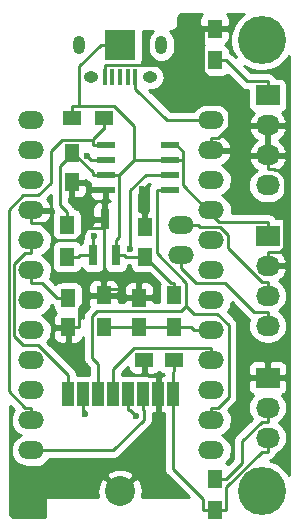
<source format=gtl>
G04 #@! TF.FileFunction,Copper,L1,Top,Signal*
%FSLAX46Y46*%
G04 Gerber Fmt 4.6, Leading zero omitted, Abs format (unit mm)*
G04 Created by KiCad (PCBNEW 4.0.2-stable) date Vendredi 08 juillet 2016 21:03:03*
%MOMM*%
G01*
G04 APERTURE LIST*
%ADD10C,0.100000*%
%ADD11R,2.540000X2.540000*%
%ADD12C,2.540000*%
%ADD13C,4.064000*%
%ADD14R,0.400000X1.350000*%
%ADD15O,1.250000X0.950000*%
%ADD16O,1.000000X1.550000*%
%ADD17O,2.199640X1.501140*%
%ADD18R,1.250000X1.500000*%
%ADD19R,1.000000X2.000000*%
%ADD20R,1.300000X1.500000*%
%ADD21R,1.500000X1.300000*%
%ADD22R,0.800100X1.800860*%
%ADD23R,1.550000X0.600000*%
%ADD24R,2.032000X1.727200*%
%ADD25O,2.032000X1.727200*%
%ADD26R,1.500000X1.250000*%
%ADD27C,0.600000*%
%ADD28C,0.250000*%
%ADD29C,0.254000*%
G04 APERTURE END LIST*
D10*
D11*
X58000000Y-36800000D03*
D12*
X58000000Y-74620000D03*
D13*
X70000000Y-74600000D03*
X70000000Y-36400000D03*
D14*
X59300900Y-39562540D03*
X58650900Y-39562540D03*
X58000900Y-39562540D03*
X57350900Y-39562540D03*
X56700900Y-39562540D03*
D15*
X60500900Y-39562540D03*
X55500900Y-39562540D03*
D16*
X61500900Y-36862540D03*
X54500900Y-36862540D03*
D17*
X50480000Y-43230000D03*
X50480000Y-45770000D03*
X50480000Y-48310000D03*
X50480000Y-50850000D03*
X50480000Y-53390000D03*
X50480000Y-55930000D03*
X50480000Y-58470000D03*
X50480000Y-61010000D03*
X50480000Y-63550000D03*
X50480000Y-66090000D03*
X50480000Y-68630000D03*
X50480000Y-71170000D03*
X65720000Y-71170000D03*
X65720000Y-68630000D03*
X65720000Y-66090000D03*
X65720000Y-63550000D03*
X65720000Y-61010000D03*
X65720000Y-58470000D03*
X65720000Y-55930000D03*
X65720000Y-53390000D03*
X65720000Y-50850000D03*
X65720000Y-48310000D03*
X65720000Y-45770000D03*
X65720000Y-43230000D03*
X63180000Y-54660000D03*
X63180000Y-52120000D03*
D18*
X59600000Y-60750000D03*
X59600000Y-58250000D03*
D19*
X62500000Y-66400000D03*
X61230000Y-66400000D03*
X59960000Y-66400000D03*
X58690000Y-66400000D03*
X57420000Y-66400000D03*
X56150000Y-66400000D03*
X54880000Y-66400000D03*
X53610000Y-66400000D03*
D18*
X53900000Y-45950000D03*
X53900000Y-48450000D03*
D20*
X53500000Y-52050000D03*
X53500000Y-54750000D03*
D21*
X53950000Y-43000000D03*
X56650000Y-43000000D03*
D22*
X55750000Y-54601140D03*
X57650000Y-54601140D03*
X56700000Y-51598860D03*
D23*
X56800000Y-45295000D03*
X56800000Y-46565000D03*
X56800000Y-47835000D03*
X56800000Y-49105000D03*
X62200000Y-49105000D03*
X62200000Y-47835000D03*
X62200000Y-46565000D03*
X62200000Y-45295000D03*
D18*
X60100000Y-54750000D03*
X60100000Y-52250000D03*
D20*
X62600000Y-58050000D03*
X62600000Y-60750000D03*
X56600000Y-60750000D03*
X56600000Y-58050000D03*
D24*
X70500000Y-53000000D03*
D25*
X70500000Y-55540000D03*
X70500000Y-58080000D03*
X70500000Y-60620000D03*
D20*
X66000000Y-35450000D03*
X66000000Y-38150000D03*
D24*
X70500000Y-41100000D03*
D25*
X70500000Y-43640000D03*
X70500000Y-46180000D03*
X70500000Y-48720000D03*
D26*
X62550000Y-63500000D03*
X60050000Y-63500000D03*
D20*
X66000000Y-76250000D03*
X66000000Y-73550000D03*
D24*
X70500000Y-65000000D03*
D25*
X70500000Y-67540000D03*
X70500000Y-70080000D03*
D18*
X53600000Y-60750000D03*
X53600000Y-58250000D03*
D27*
X59895600Y-49029900D03*
X59381400Y-68292700D03*
X58857200Y-54076600D03*
X55067500Y-68079900D03*
X55226800Y-46268600D03*
X55814100Y-53028500D03*
D28*
X66975300Y-74273500D02*
X66975300Y-76250000D01*
X69979900Y-71268900D02*
X66975300Y-74273500D01*
X70500000Y-71268900D02*
X69979900Y-71268900D01*
X70500000Y-70080000D02*
X70500000Y-71268900D01*
X66000000Y-76250000D02*
X66975300Y-76250000D01*
X65024700Y-75274700D02*
X65024700Y-76250000D01*
X62500000Y-72750000D02*
X65024700Y-75274700D01*
X62500000Y-66400000D02*
X62500000Y-72750000D01*
X66000000Y-76250000D02*
X65024700Y-76250000D01*
X62500000Y-64500300D02*
X62500000Y-66400000D01*
X62550000Y-64450300D02*
X62500000Y-64500300D01*
X62550000Y-63500000D02*
X62550000Y-64450300D01*
X58000000Y-36800000D02*
X56404700Y-36800000D01*
X53900000Y-45950000D02*
X54023100Y-45950000D01*
X53500000Y-52050000D02*
X53500000Y-50974700D01*
X56800000Y-47835000D02*
X55699700Y-47835000D01*
X52929200Y-50403900D02*
X53500000Y-50974700D01*
X52929200Y-47043900D02*
X52929200Y-50403900D01*
X54023100Y-45950000D02*
X52929200Y-47043900D01*
X62324700Y-56974700D02*
X62600000Y-56974700D01*
X60100000Y-54750000D02*
X62324700Y-56974700D01*
X62600000Y-58050000D02*
X62600000Y-56974700D01*
X62200000Y-46565000D02*
X61099700Y-46565000D01*
X56800000Y-47835000D02*
X57787700Y-47835000D01*
X62200000Y-45295000D02*
X62750200Y-45295000D01*
X62200000Y-46565000D02*
X63300300Y-46565000D01*
X63300300Y-45845100D02*
X63300300Y-46565000D01*
X62750200Y-45295000D02*
X63300300Y-45845100D01*
X55699700Y-47626600D02*
X54023100Y-45950000D01*
X55699700Y-47835000D02*
X55699700Y-47626600D01*
X61099700Y-46565000D02*
X59207300Y-46565000D01*
X54546900Y-38657800D02*
X54546900Y-41986900D01*
X56404700Y-36800000D02*
X54546900Y-38657800D01*
X54509100Y-42024700D02*
X54546900Y-41986900D01*
X53950000Y-42024700D02*
X54509100Y-42024700D01*
X59207300Y-43686400D02*
X59207300Y-46565000D01*
X57507800Y-41986900D02*
X59207300Y-43686400D01*
X54546900Y-41986900D02*
X57507800Y-41986900D01*
X53950000Y-43000000D02*
X53950000Y-42024700D01*
X65720000Y-50850000D02*
X65720000Y-51118900D01*
X63300300Y-48699200D02*
X63300300Y-46565000D01*
X65720000Y-51118900D02*
X63300300Y-48699200D01*
X57911900Y-53113500D02*
X57650000Y-53375400D01*
X57911900Y-47835000D02*
X57911900Y-53113500D01*
X57937300Y-47835000D02*
X57911900Y-47835000D01*
X59207300Y-46565000D02*
X57937300Y-47835000D01*
X57911900Y-47835000D02*
X57787700Y-47835000D01*
X57650000Y-54538900D02*
X57650000Y-53375400D01*
X57650000Y-54538900D02*
X57650000Y-54601100D01*
X58524300Y-54750000D02*
X60100000Y-54750000D01*
X58375400Y-54601100D02*
X58524300Y-54750000D01*
X57650000Y-54601100D02*
X58375400Y-54601100D01*
X66412200Y-51811100D02*
X65720000Y-51118900D01*
X70500000Y-51811100D02*
X66412200Y-51811100D01*
X70500000Y-53000000D02*
X70500000Y-51811100D01*
X54550300Y-60240000D02*
X54550300Y-60039700D01*
X54550300Y-60039700D02*
X54830000Y-59760000D01*
X67196900Y-42100000D02*
X67196900Y-42156900D01*
X67340000Y-42300000D02*
X67340000Y-43520000D01*
X67196900Y-42156900D02*
X67340000Y-42300000D01*
X71940000Y-53550000D02*
X71940000Y-54180000D01*
X71768900Y-54351100D02*
X71540300Y-54351100D01*
X71940000Y-54180000D02*
X71768900Y-54351100D01*
X71841400Y-49980000D02*
X71841400Y-49958600D01*
X71360000Y-47440000D02*
X71091200Y-47440000D01*
X71980000Y-48060000D02*
X71360000Y-47440000D01*
X71980000Y-49820000D02*
X71980000Y-48060000D01*
X71841400Y-49958600D02*
X71980000Y-49820000D01*
X54550300Y-59960000D02*
X54550300Y-59319700D01*
X54550300Y-59319700D02*
X54840000Y-59030000D01*
X52271800Y-52748200D02*
X52271800Y-52971800D01*
X54810000Y-52810000D02*
X54810000Y-52666500D01*
X54270000Y-53350000D02*
X54810000Y-52810000D01*
X52650000Y-53350000D02*
X54270000Y-53350000D01*
X52271800Y-52971800D02*
X52650000Y-53350000D01*
X61230000Y-65380000D02*
X61230000Y-64900000D01*
X61210000Y-64880000D02*
X60479700Y-64880000D01*
X61230000Y-64900000D02*
X61210000Y-64880000D01*
X71841400Y-50800000D02*
X71990000Y-50800000D01*
X71940000Y-50850000D02*
X71940000Y-53550000D01*
X71940000Y-53550000D02*
X71940000Y-54300000D01*
X71990000Y-50800000D02*
X71940000Y-50850000D01*
X65070000Y-35450000D02*
X64950000Y-35450000D01*
X64880000Y-35520000D02*
X64880000Y-40040000D01*
X64950000Y-35450000D02*
X64880000Y-35520000D01*
X55505300Y-49105000D02*
X54850300Y-48450000D01*
X55812300Y-49105000D02*
X55505300Y-49105000D01*
X53900000Y-48450000D02*
X54850300Y-48450000D01*
X65720000Y-45770000D02*
X65720000Y-44694100D01*
X66000000Y-35450000D02*
X65070000Y-35450000D01*
X65070000Y-35450000D02*
X65024700Y-35450000D01*
X56700900Y-39562500D02*
X56700900Y-38562200D01*
X65024700Y-38562200D02*
X56700900Y-38562200D01*
X65024700Y-38562200D02*
X65024700Y-35450000D01*
X70500000Y-46180000D02*
X70500000Y-47368900D01*
X70500000Y-47368900D02*
X71020100Y-47368900D01*
X71020100Y-47368900D02*
X71091200Y-47440000D01*
X71540300Y-54351100D02*
X70500000Y-54351100D01*
X70500000Y-55540000D02*
X70500000Y-54351100D01*
X71841400Y-54050000D02*
X71540300Y-54351100D01*
X71841400Y-50800000D02*
X71841400Y-54050000D01*
X71841400Y-49980000D02*
X71841400Y-50800000D01*
X54550300Y-59124400D02*
X55624700Y-58050000D01*
X54550300Y-60750000D02*
X54550300Y-60240000D01*
X54550300Y-60240000D02*
X54550300Y-59960000D01*
X54550300Y-59960000D02*
X54550300Y-59124400D01*
X53600000Y-60750000D02*
X54550300Y-60750000D01*
X56600000Y-58050000D02*
X55624700Y-58050000D01*
X50480000Y-50850000D02*
X50480000Y-51925900D01*
X56800000Y-49105000D02*
X56507100Y-49105000D01*
X56507100Y-49105000D02*
X55812300Y-49105000D01*
X56700000Y-49297900D02*
X56700000Y-51598900D01*
X56507100Y-49105000D02*
X56700000Y-49297900D01*
X56700000Y-51598900D02*
X56700000Y-51756500D01*
X56600000Y-52368300D02*
X56600000Y-56974700D01*
X55108200Y-52368300D02*
X56600000Y-52368300D01*
X54810000Y-52666500D02*
X55108200Y-52368300D01*
X51449500Y-51925900D02*
X52271800Y-52748200D01*
X50480000Y-51925900D02*
X51449500Y-51925900D01*
X56700000Y-52268300D02*
X56700000Y-51756500D01*
X56600000Y-52368300D02*
X56700000Y-52268300D01*
X56600000Y-58050000D02*
X56600000Y-57512300D01*
X56600000Y-57512300D02*
X56600000Y-56974700D01*
X57912000Y-57512300D02*
X58649700Y-58250000D01*
X56600000Y-57512300D02*
X57912000Y-57512300D01*
X59600000Y-58250000D02*
X58649700Y-58250000D01*
X59895600Y-50970300D02*
X60100000Y-51174700D01*
X59895600Y-49029900D02*
X59895600Y-50970300D01*
X60100000Y-52250000D02*
X60100000Y-51174700D01*
X61230000Y-71390000D02*
X61230000Y-66400000D01*
X58000000Y-74620000D02*
X61230000Y-71390000D01*
X60479700Y-64880000D02*
X60050000Y-64450300D01*
X60050000Y-63500000D02*
X60050000Y-64450300D01*
X61230000Y-66400000D02*
X61230000Y-65380000D01*
X66257900Y-44694100D02*
X67196900Y-43755100D01*
X65720000Y-44694100D02*
X66257900Y-44694100D01*
X65024700Y-39147700D02*
X65024700Y-38562200D01*
X67196900Y-41319900D02*
X65024700Y-39147700D01*
X67196900Y-43755100D02*
X67196900Y-42100000D01*
X67196900Y-42100000D02*
X67196900Y-41319900D01*
X70500000Y-43755100D02*
X67196900Y-43755100D01*
X70500000Y-43640000D02*
X70500000Y-43755100D01*
X70500000Y-43755100D02*
X70500000Y-46180000D01*
X61968100Y-43230000D02*
X59300900Y-40562800D01*
X65720000Y-43230000D02*
X61968100Y-43230000D01*
X59300900Y-39562500D02*
X59300900Y-40562800D01*
X59960000Y-66400000D02*
X59960000Y-67725300D01*
X60006700Y-67772000D02*
X59960000Y-67725300D01*
X60006700Y-68551800D02*
X60006700Y-67772000D01*
X57388500Y-71170000D02*
X60006700Y-68551800D01*
X50480000Y-71170000D02*
X57388500Y-71170000D01*
X58814000Y-67725300D02*
X59381400Y-68292700D01*
X58690000Y-67725300D02*
X58814000Y-67725300D01*
X58690000Y-66400000D02*
X58690000Y-67725300D01*
X57420000Y-64271400D02*
X57420000Y-66400000D01*
X59217300Y-62474100D02*
X57420000Y-64271400D01*
X65720000Y-62474100D02*
X59217300Y-62474100D01*
X65720000Y-63550000D02*
X65720000Y-62474100D01*
X58857200Y-49147700D02*
X58857200Y-54076600D01*
X60169900Y-47835000D02*
X58857200Y-49147700D01*
X62200000Y-47835000D02*
X60169900Y-47835000D01*
X62200000Y-49105000D02*
X61099700Y-49105000D01*
X56150000Y-63848300D02*
X56150000Y-66400000D01*
X55618700Y-63317000D02*
X56150000Y-63848300D01*
X55618700Y-59812500D02*
X55618700Y-63317000D01*
X56031300Y-59399900D02*
X55618700Y-59812500D01*
X63123300Y-59399900D02*
X56031300Y-59399900D01*
X63613700Y-58909500D02*
X63123300Y-59399900D01*
X63613700Y-56973300D02*
X63613700Y-58909500D01*
X61099700Y-54459300D02*
X63613700Y-56973300D01*
X61099700Y-49105000D02*
X61099700Y-54459300D01*
X66257900Y-67554100D02*
X65720000Y-67554100D01*
X67184000Y-66628000D02*
X66257900Y-67554100D01*
X67184000Y-60547900D02*
X67184000Y-66628000D01*
X66216800Y-59580700D02*
X67184000Y-60547900D01*
X64284900Y-59580700D02*
X66216800Y-59580700D01*
X63613700Y-58909500D02*
X64284900Y-59580700D01*
X65720000Y-68630000D02*
X65720000Y-67554100D01*
X55067500Y-67912800D02*
X55067500Y-68079900D01*
X54880000Y-67725300D02*
X55067500Y-67912800D01*
X54880000Y-66400000D02*
X54880000Y-67725300D01*
X55523200Y-46565000D02*
X55226800Y-46268600D01*
X56800000Y-46565000D02*
X55523200Y-46565000D01*
X49942100Y-54465900D02*
X50480000Y-54465900D01*
X49016000Y-55392000D02*
X49942100Y-54465900D01*
X49016000Y-61478800D02*
X49016000Y-55392000D01*
X49817200Y-62280000D02*
X49016000Y-61478800D01*
X51088200Y-62280000D02*
X49817200Y-62280000D01*
X53610000Y-64801800D02*
X51088200Y-62280000D01*
X53610000Y-66400000D02*
X53610000Y-64801800D01*
X50480000Y-53390000D02*
X50480000Y-54465900D01*
X56800000Y-45295000D02*
X55699700Y-45295000D01*
X56650000Y-43000000D02*
X56650000Y-43975300D01*
X55699700Y-45295000D02*
X55699700Y-44874600D01*
X56531100Y-43975300D02*
X56650000Y-43975300D01*
X55699700Y-44806700D02*
X56531100Y-43975300D01*
X55699700Y-44874600D02*
X55699700Y-44806700D01*
X49942100Y-67554100D02*
X50480000Y-67554100D01*
X48561700Y-66173700D02*
X49942100Y-67554100D01*
X48561700Y-50836700D02*
X48561700Y-66173700D01*
X49818400Y-49580000D02*
X48561700Y-50836700D01*
X51091400Y-49580000D02*
X49818400Y-49580000D01*
X52157400Y-48514000D02*
X51091400Y-49580000D01*
X52157400Y-45828900D02*
X52157400Y-48514000D01*
X53111700Y-44874600D02*
X52157400Y-45828900D01*
X55699700Y-44874600D02*
X53111700Y-44874600D01*
X50480000Y-68630000D02*
X50480000Y-67554100D01*
X53500000Y-54750000D02*
X54475300Y-54750000D01*
X54624200Y-54601100D02*
X54475300Y-54750000D01*
X55750000Y-54601100D02*
X54624200Y-54601100D01*
X55750000Y-53092600D02*
X55814100Y-53028500D01*
X55750000Y-54601100D02*
X55750000Y-53092600D01*
X56600000Y-60750000D02*
X59600000Y-60750000D01*
X59600000Y-60750000D02*
X62600000Y-60750000D01*
X64034800Y-60750000D02*
X64294800Y-61010000D01*
X62600000Y-60750000D02*
X64034800Y-60750000D01*
X65720000Y-61010000D02*
X64294800Y-61010000D01*
X64461500Y-57017400D02*
X63180000Y-55735900D01*
X66897400Y-57017400D02*
X64461500Y-57017400D01*
X69311100Y-59431100D02*
X66897400Y-57017400D01*
X70500000Y-59431100D02*
X69311100Y-59431100D01*
X70500000Y-60620000D02*
X70500000Y-59431100D01*
X63180000Y-54660000D02*
X63180000Y-55735900D01*
X70500000Y-58080000D02*
X70500000Y-56891100D01*
X69979900Y-56891100D02*
X70500000Y-56891100D01*
X67145300Y-54056500D02*
X69979900Y-56891100D01*
X67145300Y-52934600D02*
X67145300Y-54056500D01*
X66472200Y-52261500D02*
X67145300Y-52934600D01*
X64746700Y-52261500D02*
X66472200Y-52261500D01*
X64605200Y-52120000D02*
X64746700Y-52261500D01*
X63180000Y-52120000D02*
X64605200Y-52120000D01*
X51405600Y-57005900D02*
X50480000Y-57005900D01*
X52649700Y-58250000D02*
X51405600Y-57005900D01*
X53600000Y-58250000D02*
X52649700Y-58250000D01*
X50480000Y-55930000D02*
X50480000Y-57005900D01*
X68736400Y-39911100D02*
X66975300Y-38150000D01*
X70500000Y-39911100D02*
X68736400Y-39911100D01*
X70500000Y-41100000D02*
X70500000Y-39911100D01*
X66000000Y-38150000D02*
X66975300Y-38150000D01*
X68311300Y-72214000D02*
X66975300Y-73550000D01*
X68311300Y-70397500D02*
X68311300Y-72214000D01*
X69979900Y-68728900D02*
X68311300Y-70397500D01*
X70500000Y-68728900D02*
X69979900Y-68728900D01*
X70500000Y-67540000D02*
X70500000Y-68728900D01*
X66000000Y-73550000D02*
X66975300Y-73550000D01*
D29*
G36*
X60177000Y-63373000D02*
X60197000Y-63373000D01*
X60197000Y-63627000D01*
X60177000Y-63627000D01*
X60177000Y-64601250D01*
X60335750Y-64760000D01*
X60862542Y-64760000D01*
X60985223Y-64735597D01*
X61100785Y-64687730D01*
X61204789Y-64618237D01*
X61293237Y-64529789D01*
X61301773Y-64517015D01*
X61321900Y-64547559D01*
X61458550Y-64664025D01*
X61622237Y-64737810D01*
X61740000Y-64754545D01*
X61740000Y-64765000D01*
X61515750Y-64765000D01*
X61357000Y-64923750D01*
X61357000Y-66273000D01*
X61361928Y-66273000D01*
X61361928Y-66527000D01*
X61357000Y-66527000D01*
X61357000Y-67876250D01*
X61515750Y-68035000D01*
X61740000Y-68035000D01*
X61740000Y-72750000D01*
X61746851Y-72819877D01*
X61752969Y-72889803D01*
X61754084Y-72893641D01*
X61754474Y-72897618D01*
X61774764Y-72964821D01*
X61794351Y-73032240D01*
X61796190Y-73035788D01*
X61797345Y-73039613D01*
X61830299Y-73101591D01*
X61862610Y-73163925D01*
X61865103Y-73167048D01*
X61866980Y-73170578D01*
X61911355Y-73224987D01*
X61955148Y-73279846D01*
X61960631Y-73285406D01*
X61960726Y-73285522D01*
X61960834Y-73285611D01*
X61962599Y-73287401D01*
X63798198Y-75123000D01*
X59837394Y-75123000D01*
X59886874Y-74942389D01*
X59913514Y-74568084D01*
X59866618Y-74195773D01*
X59747988Y-73839765D01*
X59619871Y-73600076D01*
X59327852Y-73471753D01*
X58179605Y-74620000D01*
X58193748Y-74634143D01*
X58014143Y-74813748D01*
X58000000Y-74799605D01*
X57985858Y-74813748D01*
X57806253Y-74634143D01*
X57820395Y-74620000D01*
X56672148Y-73471753D01*
X56380129Y-73600076D01*
X56212277Y-73935695D01*
X56113126Y-74297611D01*
X56086486Y-74671916D01*
X56133382Y-75044227D01*
X56159631Y-75123000D01*
X51750000Y-75123000D01*
X51703841Y-75131685D01*
X51661447Y-75158965D01*
X51633006Y-75200590D01*
X51623000Y-75250000D01*
X51623000Y-76815000D01*
X49033505Y-76815000D01*
X48939454Y-76805778D01*
X48881213Y-76788194D01*
X48827500Y-76759635D01*
X48780354Y-76721183D01*
X48741577Y-76674310D01*
X48712642Y-76620796D01*
X48694651Y-76562677D01*
X48685000Y-76470855D01*
X48685000Y-73292148D01*
X56851753Y-73292148D01*
X58000000Y-74440395D01*
X59148247Y-73292148D01*
X59019924Y-73000129D01*
X58684305Y-72832277D01*
X58322389Y-72733126D01*
X57948084Y-72706486D01*
X57575773Y-72753382D01*
X57219765Y-72872012D01*
X56980076Y-73000129D01*
X56851753Y-73292148D01*
X48685000Y-73292148D01*
X48685000Y-67371802D01*
X49061828Y-67748630D01*
X48973666Y-67855199D01*
X48845050Y-68093070D01*
X48765086Y-68351392D01*
X48736820Y-68620327D01*
X48761328Y-68889630D01*
X48837678Y-69149044D01*
X48962960Y-69388687D01*
X49132404Y-69599433D01*
X49339555Y-69773253D01*
X49571837Y-69900950D01*
X49355593Y-70015929D01*
X49146036Y-70186840D01*
X48973666Y-70395199D01*
X48845050Y-70633070D01*
X48765086Y-70891392D01*
X48736820Y-71160327D01*
X48761328Y-71429630D01*
X48837678Y-71689044D01*
X48962960Y-71928687D01*
X49132404Y-72139433D01*
X49339555Y-72313253D01*
X49576522Y-72443526D01*
X49834280Y-72525292D01*
X50103010Y-72555435D01*
X50122356Y-72555570D01*
X50837644Y-72555570D01*
X51106769Y-72529182D01*
X51365644Y-72451023D01*
X51604407Y-72324071D01*
X51813964Y-72153160D01*
X51986334Y-71944801D01*
X51994337Y-71930000D01*
X57388500Y-71930000D01*
X57458377Y-71923149D01*
X57528303Y-71917031D01*
X57532141Y-71915916D01*
X57536118Y-71915526D01*
X57603321Y-71895236D01*
X57670740Y-71875649D01*
X57674288Y-71873810D01*
X57678113Y-71872655D01*
X57740091Y-71839701D01*
X57802425Y-71807390D01*
X57805548Y-71804897D01*
X57809078Y-71803020D01*
X57863487Y-71758645D01*
X57918346Y-71714852D01*
X57923906Y-71709369D01*
X57924022Y-71709274D01*
X57924111Y-71709166D01*
X57925901Y-71707401D01*
X60544101Y-69089201D01*
X60588668Y-69034945D01*
X60633786Y-68981175D01*
X60635711Y-68977674D01*
X60638248Y-68974585D01*
X60671413Y-68912733D01*
X60705243Y-68851196D01*
X60706452Y-68847384D01*
X60708339Y-68843865D01*
X60728852Y-68776769D01*
X60750092Y-68709813D01*
X60750538Y-68705841D01*
X60751706Y-68702019D01*
X60758803Y-68632151D01*
X60766626Y-68562411D01*
X60766680Y-68554606D01*
X60766696Y-68554453D01*
X60766682Y-68554310D01*
X60766700Y-68551800D01*
X60766700Y-68035000D01*
X60944250Y-68035000D01*
X61103000Y-67876250D01*
X61103000Y-66527000D01*
X61098072Y-66527000D01*
X61098072Y-66273000D01*
X61103000Y-66273000D01*
X61103000Y-64923750D01*
X60944250Y-64765000D01*
X60667458Y-64765000D01*
X60590015Y-64780405D01*
X60460000Y-64761928D01*
X59460000Y-64761928D01*
X59358879Y-64769992D01*
X59323607Y-64780915D01*
X59190000Y-64761928D01*
X58190000Y-64761928D01*
X58180000Y-64762725D01*
X58180000Y-64586202D01*
X58665000Y-64101202D01*
X58665000Y-64187542D01*
X58689403Y-64310223D01*
X58737270Y-64425785D01*
X58806763Y-64529789D01*
X58895211Y-64618237D01*
X58999215Y-64687730D01*
X59114777Y-64735597D01*
X59237458Y-64760000D01*
X59764250Y-64760000D01*
X59923000Y-64601250D01*
X59923000Y-63627000D01*
X59903000Y-63627000D01*
X59903000Y-63373000D01*
X59923000Y-63373000D01*
X59923000Y-63353000D01*
X60177000Y-63353000D01*
X60177000Y-63373000D01*
X60177000Y-63373000D01*
G37*
X60177000Y-63373000D02*
X60197000Y-63373000D01*
X60197000Y-63627000D01*
X60177000Y-63627000D01*
X60177000Y-64601250D01*
X60335750Y-64760000D01*
X60862542Y-64760000D01*
X60985223Y-64735597D01*
X61100785Y-64687730D01*
X61204789Y-64618237D01*
X61293237Y-64529789D01*
X61301773Y-64517015D01*
X61321900Y-64547559D01*
X61458550Y-64664025D01*
X61622237Y-64737810D01*
X61740000Y-64754545D01*
X61740000Y-64765000D01*
X61515750Y-64765000D01*
X61357000Y-64923750D01*
X61357000Y-66273000D01*
X61361928Y-66273000D01*
X61361928Y-66527000D01*
X61357000Y-66527000D01*
X61357000Y-67876250D01*
X61515750Y-68035000D01*
X61740000Y-68035000D01*
X61740000Y-72750000D01*
X61746851Y-72819877D01*
X61752969Y-72889803D01*
X61754084Y-72893641D01*
X61754474Y-72897618D01*
X61774764Y-72964821D01*
X61794351Y-73032240D01*
X61796190Y-73035788D01*
X61797345Y-73039613D01*
X61830299Y-73101591D01*
X61862610Y-73163925D01*
X61865103Y-73167048D01*
X61866980Y-73170578D01*
X61911355Y-73224987D01*
X61955148Y-73279846D01*
X61960631Y-73285406D01*
X61960726Y-73285522D01*
X61960834Y-73285611D01*
X61962599Y-73287401D01*
X63798198Y-75123000D01*
X59837394Y-75123000D01*
X59886874Y-74942389D01*
X59913514Y-74568084D01*
X59866618Y-74195773D01*
X59747988Y-73839765D01*
X59619871Y-73600076D01*
X59327852Y-73471753D01*
X58179605Y-74620000D01*
X58193748Y-74634143D01*
X58014143Y-74813748D01*
X58000000Y-74799605D01*
X57985858Y-74813748D01*
X57806253Y-74634143D01*
X57820395Y-74620000D01*
X56672148Y-73471753D01*
X56380129Y-73600076D01*
X56212277Y-73935695D01*
X56113126Y-74297611D01*
X56086486Y-74671916D01*
X56133382Y-75044227D01*
X56159631Y-75123000D01*
X51750000Y-75123000D01*
X51703841Y-75131685D01*
X51661447Y-75158965D01*
X51633006Y-75200590D01*
X51623000Y-75250000D01*
X51623000Y-76815000D01*
X49033505Y-76815000D01*
X48939454Y-76805778D01*
X48881213Y-76788194D01*
X48827500Y-76759635D01*
X48780354Y-76721183D01*
X48741577Y-76674310D01*
X48712642Y-76620796D01*
X48694651Y-76562677D01*
X48685000Y-76470855D01*
X48685000Y-73292148D01*
X56851753Y-73292148D01*
X58000000Y-74440395D01*
X59148247Y-73292148D01*
X59019924Y-73000129D01*
X58684305Y-72832277D01*
X58322389Y-72733126D01*
X57948084Y-72706486D01*
X57575773Y-72753382D01*
X57219765Y-72872012D01*
X56980076Y-73000129D01*
X56851753Y-73292148D01*
X48685000Y-73292148D01*
X48685000Y-67371802D01*
X49061828Y-67748630D01*
X48973666Y-67855199D01*
X48845050Y-68093070D01*
X48765086Y-68351392D01*
X48736820Y-68620327D01*
X48761328Y-68889630D01*
X48837678Y-69149044D01*
X48962960Y-69388687D01*
X49132404Y-69599433D01*
X49339555Y-69773253D01*
X49571837Y-69900950D01*
X49355593Y-70015929D01*
X49146036Y-70186840D01*
X48973666Y-70395199D01*
X48845050Y-70633070D01*
X48765086Y-70891392D01*
X48736820Y-71160327D01*
X48761328Y-71429630D01*
X48837678Y-71689044D01*
X48962960Y-71928687D01*
X49132404Y-72139433D01*
X49339555Y-72313253D01*
X49576522Y-72443526D01*
X49834280Y-72525292D01*
X50103010Y-72555435D01*
X50122356Y-72555570D01*
X50837644Y-72555570D01*
X51106769Y-72529182D01*
X51365644Y-72451023D01*
X51604407Y-72324071D01*
X51813964Y-72153160D01*
X51986334Y-71944801D01*
X51994337Y-71930000D01*
X57388500Y-71930000D01*
X57458377Y-71923149D01*
X57528303Y-71917031D01*
X57532141Y-71915916D01*
X57536118Y-71915526D01*
X57603321Y-71895236D01*
X57670740Y-71875649D01*
X57674288Y-71873810D01*
X57678113Y-71872655D01*
X57740091Y-71839701D01*
X57802425Y-71807390D01*
X57805548Y-71804897D01*
X57809078Y-71803020D01*
X57863487Y-71758645D01*
X57918346Y-71714852D01*
X57923906Y-71709369D01*
X57924022Y-71709274D01*
X57924111Y-71709166D01*
X57925901Y-71707401D01*
X60544101Y-69089201D01*
X60588668Y-69034945D01*
X60633786Y-68981175D01*
X60635711Y-68977674D01*
X60638248Y-68974585D01*
X60671413Y-68912733D01*
X60705243Y-68851196D01*
X60706452Y-68847384D01*
X60708339Y-68843865D01*
X60728852Y-68776769D01*
X60750092Y-68709813D01*
X60750538Y-68705841D01*
X60751706Y-68702019D01*
X60758803Y-68632151D01*
X60766626Y-68562411D01*
X60766680Y-68554606D01*
X60766696Y-68554453D01*
X60766682Y-68554310D01*
X60766700Y-68551800D01*
X60766700Y-68035000D01*
X60944250Y-68035000D01*
X61103000Y-67876250D01*
X61103000Y-66527000D01*
X61098072Y-66527000D01*
X61098072Y-66273000D01*
X61103000Y-66273000D01*
X61103000Y-64923750D01*
X60944250Y-64765000D01*
X60667458Y-64765000D01*
X60590015Y-64780405D01*
X60460000Y-64761928D01*
X59460000Y-64761928D01*
X59358879Y-64769992D01*
X59323607Y-64780915D01*
X59190000Y-64761928D01*
X58190000Y-64761928D01*
X58180000Y-64762725D01*
X58180000Y-64586202D01*
X58665000Y-64101202D01*
X58665000Y-64187542D01*
X58689403Y-64310223D01*
X58737270Y-64425785D01*
X58806763Y-64529789D01*
X58895211Y-64618237D01*
X58999215Y-64687730D01*
X59114777Y-64735597D01*
X59237458Y-64760000D01*
X59764250Y-64760000D01*
X59923000Y-64601250D01*
X59923000Y-63627000D01*
X59903000Y-63627000D01*
X59903000Y-63373000D01*
X59923000Y-63373000D01*
X59923000Y-63353000D01*
X60177000Y-63353000D01*
X60177000Y-63373000D01*
G36*
X64945211Y-34206763D02*
X64856763Y-34295211D01*
X64787270Y-34399215D01*
X64739403Y-34514777D01*
X64715000Y-34637458D01*
X64715000Y-35164250D01*
X64873750Y-35323000D01*
X65873000Y-35323000D01*
X65873000Y-35303000D01*
X66127000Y-35303000D01*
X66127000Y-35323000D01*
X67126250Y-35323000D01*
X67285000Y-35164250D01*
X67285000Y-34637458D01*
X67260597Y-34514777D01*
X67212730Y-34399215D01*
X67143237Y-34295211D01*
X67054789Y-34206763D01*
X67022218Y-34185000D01*
X68513996Y-34185000D01*
X68320762Y-34311449D01*
X67947074Y-34677391D01*
X67651582Y-35108946D01*
X67445541Y-35589678D01*
X67336797Y-36101274D01*
X67329495Y-36624249D01*
X67423911Y-37138682D01*
X67616450Y-37624979D01*
X67782065Y-37881963D01*
X67512701Y-37612599D01*
X67458445Y-37568032D01*
X67404675Y-37522914D01*
X67401174Y-37520989D01*
X67398085Y-37518452D01*
X67336233Y-37485287D01*
X67288072Y-37458811D01*
X67288072Y-37400000D01*
X67280008Y-37298879D01*
X67226894Y-37127366D01*
X67128100Y-36977441D01*
X66991450Y-36860975D01*
X66858396Y-36800998D01*
X66950785Y-36762730D01*
X67054789Y-36693237D01*
X67143237Y-36604789D01*
X67212730Y-36500785D01*
X67260597Y-36385223D01*
X67285000Y-36262542D01*
X67285000Y-35735750D01*
X67126250Y-35577000D01*
X66127000Y-35577000D01*
X66127000Y-35597000D01*
X65873000Y-35597000D01*
X65873000Y-35577000D01*
X64873750Y-35577000D01*
X64715000Y-35735750D01*
X64715000Y-36262542D01*
X64739403Y-36385223D01*
X64787270Y-36500785D01*
X64856763Y-36604789D01*
X64945211Y-36693237D01*
X65049215Y-36762730D01*
X65144663Y-36802266D01*
X65077366Y-36823106D01*
X64927441Y-36921900D01*
X64810975Y-37058550D01*
X64737190Y-37222237D01*
X64711928Y-37400000D01*
X64711928Y-38900000D01*
X64719992Y-39001121D01*
X64773106Y-39172634D01*
X64871900Y-39322559D01*
X65008550Y-39439025D01*
X65172237Y-39512810D01*
X65350000Y-39538072D01*
X66650000Y-39538072D01*
X66751121Y-39530008D01*
X66922634Y-39476894D01*
X67072559Y-39378100D01*
X67098344Y-39347846D01*
X68198999Y-40448502D01*
X68253290Y-40493097D01*
X68307025Y-40538186D01*
X68310525Y-40540110D01*
X68313616Y-40542649D01*
X68375501Y-40575831D01*
X68437004Y-40609643D01*
X68440814Y-40610852D01*
X68444336Y-40612740D01*
X68511504Y-40633276D01*
X68578387Y-40654492D01*
X68582354Y-40654937D01*
X68586181Y-40656107D01*
X68656099Y-40663209D01*
X68725789Y-40671026D01*
X68733594Y-40671080D01*
X68733747Y-40671096D01*
X68733890Y-40671082D01*
X68736400Y-40671100D01*
X68845928Y-40671100D01*
X68845928Y-41963600D01*
X68853992Y-42064721D01*
X68907106Y-42236234D01*
X69005900Y-42386159D01*
X69142550Y-42502625D01*
X69300272Y-42573721D01*
X69149267Y-42737965D01*
X68996314Y-42989081D01*
X68895291Y-43265211D01*
X68892642Y-43280974D01*
X69013783Y-43513000D01*
X70373000Y-43513000D01*
X70373000Y-43493000D01*
X70627000Y-43493000D01*
X70627000Y-43513000D01*
X71986217Y-43513000D01*
X72107358Y-43280974D01*
X72104709Y-43265211D01*
X72003686Y-42989081D01*
X71850733Y-42737965D01*
X71695653Y-42569288D01*
X71788634Y-42540494D01*
X71938559Y-42441700D01*
X72055025Y-42305050D01*
X72128810Y-42141363D01*
X72154072Y-41963600D01*
X72154072Y-40236400D01*
X72146008Y-40135279D01*
X72092894Y-39963766D01*
X71994100Y-39813841D01*
X71857450Y-39697375D01*
X71693763Y-39623590D01*
X71516000Y-39598328D01*
X71190341Y-39598328D01*
X71169093Y-39558365D01*
X71135941Y-39494952D01*
X71134271Y-39492875D01*
X71133020Y-39490522D01*
X71087790Y-39435065D01*
X71042999Y-39379356D01*
X71040960Y-39377645D01*
X71039274Y-39375578D01*
X70984102Y-39329936D01*
X70929375Y-39284014D01*
X70927043Y-39282732D01*
X70924987Y-39281031D01*
X70862031Y-39246991D01*
X70799396Y-39212557D01*
X70796855Y-39211751D01*
X70794512Y-39210484D01*
X70726203Y-39189339D01*
X70658013Y-39167708D01*
X70655364Y-39167411D01*
X70652819Y-39166623D01*
X70581728Y-39159151D01*
X70510611Y-39151174D01*
X70505489Y-39151138D01*
X70505306Y-39151119D01*
X70505122Y-39151136D01*
X70500000Y-39151100D01*
X69051203Y-39151100D01*
X68518366Y-38618263D01*
X68692583Y-38739347D01*
X69171864Y-38948740D01*
X69682689Y-39061052D01*
X70205600Y-39072006D01*
X70720679Y-38981183D01*
X71208309Y-38792044D01*
X71649914Y-38511793D01*
X72028674Y-38151104D01*
X72315000Y-37745212D01*
X72315000Y-73264776D01*
X72076777Y-72906222D01*
X71708235Y-72535098D01*
X71274627Y-72242626D01*
X70792469Y-72039946D01*
X70655926Y-72011918D01*
X70716081Y-71993756D01*
X70784701Y-71973560D01*
X70787064Y-71972325D01*
X70789613Y-71971555D01*
X70852735Y-71937993D01*
X70916148Y-71904841D01*
X70918225Y-71903171D01*
X70920578Y-71901920D01*
X70976035Y-71856690D01*
X71031744Y-71811899D01*
X71033455Y-71809860D01*
X71035522Y-71808174D01*
X71081164Y-71753002D01*
X71127086Y-71698275D01*
X71128368Y-71695943D01*
X71130069Y-71693887D01*
X71164109Y-71630931D01*
X71198543Y-71568296D01*
X71199349Y-71565755D01*
X71200616Y-71563412D01*
X71221761Y-71495103D01*
X71231110Y-71465631D01*
X71231460Y-71465525D01*
X71489701Y-71328216D01*
X71716353Y-71143363D01*
X71902784Y-70918006D01*
X72041892Y-70660731D01*
X72128379Y-70381335D01*
X72158951Y-70090462D01*
X72132444Y-69799190D01*
X72049866Y-69518615D01*
X71914363Y-69259422D01*
X71731097Y-69031485D01*
X71507048Y-68843485D01*
X71447413Y-68810701D01*
X71489701Y-68788216D01*
X71716353Y-68603363D01*
X71902784Y-68378006D01*
X72041892Y-68120731D01*
X72128379Y-67841335D01*
X72158951Y-67550462D01*
X72132444Y-67259190D01*
X72049866Y-66978615D01*
X71914363Y-66719422D01*
X71731097Y-66491485D01*
X71707430Y-66471626D01*
X71816785Y-66426330D01*
X71920789Y-66356837D01*
X72009237Y-66268389D01*
X72078730Y-66164385D01*
X72126597Y-66048823D01*
X72151000Y-65926142D01*
X72151000Y-65285750D01*
X71992250Y-65127000D01*
X70627000Y-65127000D01*
X70627000Y-65147000D01*
X70373000Y-65147000D01*
X70373000Y-65127000D01*
X69007750Y-65127000D01*
X68849000Y-65285750D01*
X68849000Y-65926142D01*
X68873403Y-66048823D01*
X68921270Y-66164385D01*
X68990763Y-66268389D01*
X69079211Y-66356837D01*
X69183215Y-66426330D01*
X69290727Y-66470863D01*
X69283647Y-66476637D01*
X69097216Y-66701994D01*
X68958108Y-66959269D01*
X68871621Y-67238665D01*
X68841049Y-67529538D01*
X68867556Y-67820810D01*
X68950134Y-68101385D01*
X69085637Y-68360578D01*
X69169329Y-68464669D01*
X67773899Y-69860099D01*
X67729332Y-69914355D01*
X67684214Y-69968125D01*
X67682289Y-69971626D01*
X67679752Y-69974715D01*
X67646587Y-70036567D01*
X67612757Y-70098104D01*
X67611548Y-70101916D01*
X67609661Y-70105435D01*
X67589148Y-70172531D01*
X67567908Y-70239487D01*
X67567462Y-70243459D01*
X67566294Y-70247281D01*
X67559197Y-70317149D01*
X67551374Y-70386889D01*
X67551320Y-70394694D01*
X67551304Y-70394847D01*
X67551318Y-70394990D01*
X67551300Y-70397500D01*
X67551300Y-71899198D01*
X67098384Y-72352114D01*
X66991450Y-72260975D01*
X66946573Y-72240746D01*
X67053964Y-72153160D01*
X67226334Y-71944801D01*
X67354950Y-71706930D01*
X67434914Y-71448608D01*
X67463180Y-71179673D01*
X67438672Y-70910370D01*
X67362322Y-70650956D01*
X67237040Y-70411313D01*
X67067596Y-70200567D01*
X66860445Y-70026747D01*
X66628163Y-69899050D01*
X66844407Y-69784071D01*
X67053964Y-69613160D01*
X67226334Y-69404801D01*
X67354950Y-69166930D01*
X67434914Y-68908608D01*
X67463180Y-68639673D01*
X67438672Y-68370370D01*
X67362322Y-68110956D01*
X67237040Y-67871313D01*
X67138299Y-67748503D01*
X67721401Y-67165401D01*
X67765968Y-67111145D01*
X67811086Y-67057375D01*
X67813011Y-67053874D01*
X67815548Y-67050785D01*
X67848713Y-66988933D01*
X67882543Y-66927396D01*
X67883752Y-66923584D01*
X67885639Y-66920065D01*
X67906152Y-66852969D01*
X67927392Y-66786013D01*
X67927838Y-66782041D01*
X67929006Y-66778219D01*
X67936098Y-66708395D01*
X67943926Y-66638611D01*
X67943981Y-66630796D01*
X67943995Y-66630653D01*
X67943982Y-66630520D01*
X67944000Y-66628000D01*
X67944000Y-64073858D01*
X68849000Y-64073858D01*
X68849000Y-64714250D01*
X69007750Y-64873000D01*
X70373000Y-64873000D01*
X70373000Y-63660150D01*
X70627000Y-63660150D01*
X70627000Y-64873000D01*
X71992250Y-64873000D01*
X72151000Y-64714250D01*
X72151000Y-64073858D01*
X72126597Y-63951177D01*
X72078730Y-63835615D01*
X72009237Y-63731611D01*
X71920789Y-63643163D01*
X71816785Y-63573670D01*
X71701223Y-63525803D01*
X71578542Y-63501400D01*
X70785750Y-63501400D01*
X70627000Y-63660150D01*
X70373000Y-63660150D01*
X70214250Y-63501400D01*
X69421458Y-63501400D01*
X69298777Y-63525803D01*
X69183215Y-63573670D01*
X69079211Y-63643163D01*
X68990763Y-63731611D01*
X68921270Y-63835615D01*
X68873403Y-63951177D01*
X68849000Y-64073858D01*
X67944000Y-64073858D01*
X67944000Y-60547900D01*
X67937144Y-60477973D01*
X67931030Y-60408097D01*
X67929916Y-60404264D01*
X67929526Y-60400282D01*
X67909224Y-60333038D01*
X67889649Y-60265660D01*
X67887810Y-60262112D01*
X67886655Y-60258287D01*
X67853691Y-60196290D01*
X67821389Y-60133974D01*
X67818897Y-60130853D01*
X67817020Y-60127322D01*
X67772641Y-60072907D01*
X67728852Y-60018054D01*
X67723369Y-60012494D01*
X67723274Y-60012378D01*
X67723166Y-60012289D01*
X67721401Y-60010499D01*
X67103809Y-59392907D01*
X67226334Y-59244801D01*
X67354950Y-59006930D01*
X67434914Y-58748608D01*
X67446222Y-58641024D01*
X68773699Y-59968501D01*
X68827955Y-60013068D01*
X68881725Y-60058186D01*
X68885226Y-60060111D01*
X68888315Y-60062648D01*
X68941966Y-60091415D01*
X68871621Y-60318665D01*
X68841049Y-60609538D01*
X68867556Y-60900810D01*
X68950134Y-61181385D01*
X69085637Y-61440578D01*
X69268903Y-61668515D01*
X69492952Y-61856515D01*
X69749251Y-61997416D01*
X70028036Y-62085852D01*
X70318688Y-62118454D01*
X70339612Y-62118600D01*
X70660388Y-62118600D01*
X70951468Y-62090059D01*
X71231460Y-62005525D01*
X71489701Y-61868216D01*
X71716353Y-61683363D01*
X71902784Y-61458006D01*
X72041892Y-61200731D01*
X72128379Y-60921335D01*
X72158951Y-60630462D01*
X72132444Y-60339190D01*
X72049866Y-60058615D01*
X71914363Y-59799422D01*
X71731097Y-59571485D01*
X71507048Y-59383485D01*
X71447413Y-59350701D01*
X71489701Y-59328216D01*
X71716353Y-59143363D01*
X71902784Y-58918006D01*
X72041892Y-58660731D01*
X72128379Y-58381335D01*
X72158951Y-58090462D01*
X72132444Y-57799190D01*
X72049866Y-57518615D01*
X71914363Y-57259422D01*
X71731097Y-57031485D01*
X71507048Y-56843485D01*
X71445128Y-56809444D01*
X71651729Y-56658486D01*
X71850733Y-56442035D01*
X72003686Y-56190919D01*
X72104709Y-55914789D01*
X72107358Y-55899026D01*
X71986217Y-55667000D01*
X70627000Y-55667000D01*
X70627000Y-55687000D01*
X70373000Y-55687000D01*
X70373000Y-55667000D01*
X70353000Y-55667000D01*
X70353000Y-55413000D01*
X70373000Y-55413000D01*
X70373000Y-55393000D01*
X70627000Y-55393000D01*
X70627000Y-55413000D01*
X71986217Y-55413000D01*
X72107358Y-55180974D01*
X72104709Y-55165211D01*
X72003686Y-54889081D01*
X71850733Y-54637965D01*
X71695653Y-54469288D01*
X71788634Y-54440494D01*
X71938559Y-54341700D01*
X72055025Y-54205050D01*
X72128810Y-54041363D01*
X72154072Y-53863600D01*
X72154072Y-52136400D01*
X72146008Y-52035279D01*
X72092894Y-51863766D01*
X71994100Y-51713841D01*
X71857450Y-51597375D01*
X71693763Y-51523590D01*
X71516000Y-51498328D01*
X71190341Y-51498328D01*
X71169093Y-51458365D01*
X71135941Y-51394952D01*
X71134271Y-51392875D01*
X71133020Y-51390522D01*
X71087790Y-51335065D01*
X71042999Y-51279356D01*
X71040960Y-51277645D01*
X71039274Y-51275578D01*
X70984102Y-51229936D01*
X70929375Y-51184014D01*
X70927043Y-51182732D01*
X70924987Y-51181031D01*
X70862031Y-51146991D01*
X70799396Y-51112557D01*
X70796855Y-51111751D01*
X70794512Y-51110484D01*
X70726203Y-51089339D01*
X70658013Y-51067708D01*
X70655364Y-51067411D01*
X70652819Y-51066623D01*
X70581728Y-51059151D01*
X70510611Y-51051174D01*
X70505489Y-51051138D01*
X70505306Y-51051119D01*
X70505122Y-51051136D01*
X70500000Y-51051100D01*
X67443060Y-51051100D01*
X67463180Y-50859673D01*
X67438672Y-50590370D01*
X67362322Y-50330956D01*
X67237040Y-50091313D01*
X67067596Y-49880567D01*
X66860445Y-49706747D01*
X66628163Y-49579050D01*
X66844407Y-49464071D01*
X67053964Y-49293160D01*
X67226334Y-49084801D01*
X67354950Y-48846930D01*
X67397479Y-48709538D01*
X68841049Y-48709538D01*
X68867556Y-49000810D01*
X68950134Y-49281385D01*
X69085637Y-49540578D01*
X69268903Y-49768515D01*
X69492952Y-49956515D01*
X69749251Y-50097416D01*
X70028036Y-50185852D01*
X70318688Y-50218454D01*
X70339612Y-50218600D01*
X70660388Y-50218600D01*
X70951468Y-50190059D01*
X71231460Y-50105525D01*
X71489701Y-49968216D01*
X71716353Y-49783363D01*
X71902784Y-49558006D01*
X72041892Y-49300731D01*
X72128379Y-49021335D01*
X72158951Y-48730462D01*
X72132444Y-48439190D01*
X72049866Y-48158615D01*
X71914363Y-47899422D01*
X71731097Y-47671485D01*
X71507048Y-47483485D01*
X71445128Y-47449444D01*
X71651729Y-47298486D01*
X71850733Y-47082035D01*
X72003686Y-46830919D01*
X72104709Y-46554789D01*
X72107358Y-46539026D01*
X71986217Y-46307000D01*
X70627000Y-46307000D01*
X70627000Y-46327000D01*
X70373000Y-46327000D01*
X70373000Y-46307000D01*
X69013783Y-46307000D01*
X68892642Y-46539026D01*
X68895291Y-46554789D01*
X68996314Y-46830919D01*
X69149267Y-47082035D01*
X69348271Y-47298486D01*
X69553795Y-47448657D01*
X69510299Y-47471784D01*
X69283647Y-47656637D01*
X69097216Y-47881994D01*
X68958108Y-48139269D01*
X68871621Y-48418665D01*
X68841049Y-48709538D01*
X67397479Y-48709538D01*
X67434914Y-48588608D01*
X67463180Y-48319673D01*
X67438672Y-48050370D01*
X67362322Y-47790956D01*
X67237040Y-47551313D01*
X67067596Y-47340567D01*
X66860445Y-47166747D01*
X66626562Y-47038170D01*
X66716817Y-47001499D01*
X66944628Y-46851502D01*
X67138798Y-46659943D01*
X67291866Y-46434185D01*
X67397950Y-46182902D01*
X67412133Y-46111275D01*
X67289479Y-45897000D01*
X65847000Y-45897000D01*
X65847000Y-45917000D01*
X65593000Y-45917000D01*
X65593000Y-45897000D01*
X65573000Y-45897000D01*
X65573000Y-45643000D01*
X65593000Y-45643000D01*
X65593000Y-45623000D01*
X65847000Y-45623000D01*
X65847000Y-45643000D01*
X67289479Y-45643000D01*
X67412133Y-45428725D01*
X67397950Y-45357098D01*
X67291866Y-45105815D01*
X67138798Y-44880057D01*
X66944628Y-44688498D01*
X66716817Y-44538501D01*
X66624505Y-44500994D01*
X66844407Y-44384071D01*
X67053964Y-44213160D01*
X67226334Y-44004801D01*
X67229456Y-43999026D01*
X68892642Y-43999026D01*
X68895291Y-44014789D01*
X68996314Y-44290919D01*
X69149267Y-44542035D01*
X69348271Y-44758486D01*
X69555633Y-44910000D01*
X69348271Y-45061514D01*
X69149267Y-45277965D01*
X68996314Y-45529081D01*
X68895291Y-45805211D01*
X68892642Y-45820974D01*
X69013783Y-46053000D01*
X70373000Y-46053000D01*
X70373000Y-43767000D01*
X70627000Y-43767000D01*
X70627000Y-46053000D01*
X71986217Y-46053000D01*
X72107358Y-45820974D01*
X72104709Y-45805211D01*
X72003686Y-45529081D01*
X71850733Y-45277965D01*
X71651729Y-45061514D01*
X71444367Y-44910000D01*
X71651729Y-44758486D01*
X71850733Y-44542035D01*
X72003686Y-44290919D01*
X72104709Y-44014789D01*
X72107358Y-43999026D01*
X71986217Y-43767000D01*
X70627000Y-43767000D01*
X70373000Y-43767000D01*
X69013783Y-43767000D01*
X68892642Y-43999026D01*
X67229456Y-43999026D01*
X67354950Y-43766930D01*
X67434914Y-43508608D01*
X67463180Y-43239673D01*
X67438672Y-42970370D01*
X67362322Y-42710956D01*
X67237040Y-42471313D01*
X67067596Y-42260567D01*
X66860445Y-42086747D01*
X66623478Y-41956474D01*
X66365720Y-41874708D01*
X66096990Y-41844565D01*
X66077644Y-41844430D01*
X65362356Y-41844430D01*
X65093231Y-41870818D01*
X64834356Y-41948977D01*
X64595593Y-42075929D01*
X64386036Y-42246840D01*
X64213666Y-42455199D01*
X64205663Y-42470000D01*
X62282902Y-42470000D01*
X60485442Y-40672540D01*
X60656997Y-40672540D01*
X60872597Y-40651400D01*
X61079985Y-40588786D01*
X61271262Y-40487083D01*
X61439141Y-40350164D01*
X61577229Y-40183244D01*
X61680265Y-39992682D01*
X61744326Y-39785736D01*
X61766970Y-39570289D01*
X61747336Y-39354547D01*
X61686171Y-39146727D01*
X61585805Y-38954745D01*
X61450062Y-38785914D01*
X61284110Y-38646664D01*
X61094273Y-38542300D01*
X60887779Y-38476796D01*
X60672495Y-38452648D01*
X60656997Y-38452540D01*
X60344803Y-38452540D01*
X60129203Y-38473680D01*
X60008705Y-38510060D01*
X59979000Y-38464981D01*
X59842350Y-38348515D01*
X59838231Y-38346658D01*
X59882810Y-38247763D01*
X59908072Y-38070000D01*
X59908072Y-35685000D01*
X60812242Y-35685000D01*
X60706782Y-35769792D01*
X60564396Y-35939480D01*
X60457681Y-36133594D01*
X60390702Y-36344738D01*
X60366011Y-36564871D01*
X60365900Y-36580718D01*
X60365900Y-37144362D01*
X60387516Y-37364818D01*
X60451540Y-37576877D01*
X60555534Y-37772461D01*
X60695537Y-37944122D01*
X60866216Y-38085320D01*
X61061070Y-38190677D01*
X61272677Y-38256180D01*
X61492976Y-38279334D01*
X61713578Y-38259258D01*
X61926078Y-38196716D01*
X62122384Y-38094089D01*
X62295018Y-37955288D01*
X62437404Y-37785600D01*
X62544119Y-37591486D01*
X62611098Y-37380342D01*
X62635789Y-37160209D01*
X62635900Y-37144362D01*
X62635900Y-36580718D01*
X62614284Y-36360262D01*
X62550260Y-36148203D01*
X62446266Y-35952619D01*
X62306263Y-35780958D01*
X62190270Y-35685000D01*
X62250000Y-35685000D01*
X62314145Y-35678710D01*
X62378356Y-35672867D01*
X62380662Y-35672188D01*
X62383051Y-35671954D01*
X62444723Y-35653334D01*
X62506606Y-35635121D01*
X62508736Y-35634008D01*
X62511033Y-35633314D01*
X62567886Y-35603084D01*
X62625081Y-35573184D01*
X62626955Y-35571677D01*
X62629073Y-35570551D01*
X62678986Y-35529843D01*
X62729269Y-35489414D01*
X62730813Y-35487573D01*
X62732674Y-35486056D01*
X62773766Y-35436384D01*
X62815203Y-35387002D01*
X62816360Y-35384898D01*
X62817891Y-35383047D01*
X62848541Y-35326361D01*
X62879608Y-35269850D01*
X62880335Y-35267558D01*
X62881476Y-35265448D01*
X62900524Y-35203916D01*
X62920031Y-35142420D01*
X62920299Y-35140032D01*
X62921009Y-35137738D01*
X62927746Y-35073634D01*
X62934933Y-35009564D01*
X62934965Y-35004950D01*
X62934983Y-35004782D01*
X62934968Y-35004614D01*
X62935000Y-35000000D01*
X62935000Y-34533505D01*
X62944222Y-34439453D01*
X62945982Y-34433624D01*
X63183893Y-34195713D01*
X63187323Y-34194651D01*
X63279145Y-34185000D01*
X64977782Y-34185000D01*
X64945211Y-34206763D01*
X64945211Y-34206763D01*
G37*
X64945211Y-34206763D02*
X64856763Y-34295211D01*
X64787270Y-34399215D01*
X64739403Y-34514777D01*
X64715000Y-34637458D01*
X64715000Y-35164250D01*
X64873750Y-35323000D01*
X65873000Y-35323000D01*
X65873000Y-35303000D01*
X66127000Y-35303000D01*
X66127000Y-35323000D01*
X67126250Y-35323000D01*
X67285000Y-35164250D01*
X67285000Y-34637458D01*
X67260597Y-34514777D01*
X67212730Y-34399215D01*
X67143237Y-34295211D01*
X67054789Y-34206763D01*
X67022218Y-34185000D01*
X68513996Y-34185000D01*
X68320762Y-34311449D01*
X67947074Y-34677391D01*
X67651582Y-35108946D01*
X67445541Y-35589678D01*
X67336797Y-36101274D01*
X67329495Y-36624249D01*
X67423911Y-37138682D01*
X67616450Y-37624979D01*
X67782065Y-37881963D01*
X67512701Y-37612599D01*
X67458445Y-37568032D01*
X67404675Y-37522914D01*
X67401174Y-37520989D01*
X67398085Y-37518452D01*
X67336233Y-37485287D01*
X67288072Y-37458811D01*
X67288072Y-37400000D01*
X67280008Y-37298879D01*
X67226894Y-37127366D01*
X67128100Y-36977441D01*
X66991450Y-36860975D01*
X66858396Y-36800998D01*
X66950785Y-36762730D01*
X67054789Y-36693237D01*
X67143237Y-36604789D01*
X67212730Y-36500785D01*
X67260597Y-36385223D01*
X67285000Y-36262542D01*
X67285000Y-35735750D01*
X67126250Y-35577000D01*
X66127000Y-35577000D01*
X66127000Y-35597000D01*
X65873000Y-35597000D01*
X65873000Y-35577000D01*
X64873750Y-35577000D01*
X64715000Y-35735750D01*
X64715000Y-36262542D01*
X64739403Y-36385223D01*
X64787270Y-36500785D01*
X64856763Y-36604789D01*
X64945211Y-36693237D01*
X65049215Y-36762730D01*
X65144663Y-36802266D01*
X65077366Y-36823106D01*
X64927441Y-36921900D01*
X64810975Y-37058550D01*
X64737190Y-37222237D01*
X64711928Y-37400000D01*
X64711928Y-38900000D01*
X64719992Y-39001121D01*
X64773106Y-39172634D01*
X64871900Y-39322559D01*
X65008550Y-39439025D01*
X65172237Y-39512810D01*
X65350000Y-39538072D01*
X66650000Y-39538072D01*
X66751121Y-39530008D01*
X66922634Y-39476894D01*
X67072559Y-39378100D01*
X67098344Y-39347846D01*
X68198999Y-40448502D01*
X68253290Y-40493097D01*
X68307025Y-40538186D01*
X68310525Y-40540110D01*
X68313616Y-40542649D01*
X68375501Y-40575831D01*
X68437004Y-40609643D01*
X68440814Y-40610852D01*
X68444336Y-40612740D01*
X68511504Y-40633276D01*
X68578387Y-40654492D01*
X68582354Y-40654937D01*
X68586181Y-40656107D01*
X68656099Y-40663209D01*
X68725789Y-40671026D01*
X68733594Y-40671080D01*
X68733747Y-40671096D01*
X68733890Y-40671082D01*
X68736400Y-40671100D01*
X68845928Y-40671100D01*
X68845928Y-41963600D01*
X68853992Y-42064721D01*
X68907106Y-42236234D01*
X69005900Y-42386159D01*
X69142550Y-42502625D01*
X69300272Y-42573721D01*
X69149267Y-42737965D01*
X68996314Y-42989081D01*
X68895291Y-43265211D01*
X68892642Y-43280974D01*
X69013783Y-43513000D01*
X70373000Y-43513000D01*
X70373000Y-43493000D01*
X70627000Y-43493000D01*
X70627000Y-43513000D01*
X71986217Y-43513000D01*
X72107358Y-43280974D01*
X72104709Y-43265211D01*
X72003686Y-42989081D01*
X71850733Y-42737965D01*
X71695653Y-42569288D01*
X71788634Y-42540494D01*
X71938559Y-42441700D01*
X72055025Y-42305050D01*
X72128810Y-42141363D01*
X72154072Y-41963600D01*
X72154072Y-40236400D01*
X72146008Y-40135279D01*
X72092894Y-39963766D01*
X71994100Y-39813841D01*
X71857450Y-39697375D01*
X71693763Y-39623590D01*
X71516000Y-39598328D01*
X71190341Y-39598328D01*
X71169093Y-39558365D01*
X71135941Y-39494952D01*
X71134271Y-39492875D01*
X71133020Y-39490522D01*
X71087790Y-39435065D01*
X71042999Y-39379356D01*
X71040960Y-39377645D01*
X71039274Y-39375578D01*
X70984102Y-39329936D01*
X70929375Y-39284014D01*
X70927043Y-39282732D01*
X70924987Y-39281031D01*
X70862031Y-39246991D01*
X70799396Y-39212557D01*
X70796855Y-39211751D01*
X70794512Y-39210484D01*
X70726203Y-39189339D01*
X70658013Y-39167708D01*
X70655364Y-39167411D01*
X70652819Y-39166623D01*
X70581728Y-39159151D01*
X70510611Y-39151174D01*
X70505489Y-39151138D01*
X70505306Y-39151119D01*
X70505122Y-39151136D01*
X70500000Y-39151100D01*
X69051203Y-39151100D01*
X68518366Y-38618263D01*
X68692583Y-38739347D01*
X69171864Y-38948740D01*
X69682689Y-39061052D01*
X70205600Y-39072006D01*
X70720679Y-38981183D01*
X71208309Y-38792044D01*
X71649914Y-38511793D01*
X72028674Y-38151104D01*
X72315000Y-37745212D01*
X72315000Y-73264776D01*
X72076777Y-72906222D01*
X71708235Y-72535098D01*
X71274627Y-72242626D01*
X70792469Y-72039946D01*
X70655926Y-72011918D01*
X70716081Y-71993756D01*
X70784701Y-71973560D01*
X70787064Y-71972325D01*
X70789613Y-71971555D01*
X70852735Y-71937993D01*
X70916148Y-71904841D01*
X70918225Y-71903171D01*
X70920578Y-71901920D01*
X70976035Y-71856690D01*
X71031744Y-71811899D01*
X71033455Y-71809860D01*
X71035522Y-71808174D01*
X71081164Y-71753002D01*
X71127086Y-71698275D01*
X71128368Y-71695943D01*
X71130069Y-71693887D01*
X71164109Y-71630931D01*
X71198543Y-71568296D01*
X71199349Y-71565755D01*
X71200616Y-71563412D01*
X71221761Y-71495103D01*
X71231110Y-71465631D01*
X71231460Y-71465525D01*
X71489701Y-71328216D01*
X71716353Y-71143363D01*
X71902784Y-70918006D01*
X72041892Y-70660731D01*
X72128379Y-70381335D01*
X72158951Y-70090462D01*
X72132444Y-69799190D01*
X72049866Y-69518615D01*
X71914363Y-69259422D01*
X71731097Y-69031485D01*
X71507048Y-68843485D01*
X71447413Y-68810701D01*
X71489701Y-68788216D01*
X71716353Y-68603363D01*
X71902784Y-68378006D01*
X72041892Y-68120731D01*
X72128379Y-67841335D01*
X72158951Y-67550462D01*
X72132444Y-67259190D01*
X72049866Y-66978615D01*
X71914363Y-66719422D01*
X71731097Y-66491485D01*
X71707430Y-66471626D01*
X71816785Y-66426330D01*
X71920789Y-66356837D01*
X72009237Y-66268389D01*
X72078730Y-66164385D01*
X72126597Y-66048823D01*
X72151000Y-65926142D01*
X72151000Y-65285750D01*
X71992250Y-65127000D01*
X70627000Y-65127000D01*
X70627000Y-65147000D01*
X70373000Y-65147000D01*
X70373000Y-65127000D01*
X69007750Y-65127000D01*
X68849000Y-65285750D01*
X68849000Y-65926142D01*
X68873403Y-66048823D01*
X68921270Y-66164385D01*
X68990763Y-66268389D01*
X69079211Y-66356837D01*
X69183215Y-66426330D01*
X69290727Y-66470863D01*
X69283647Y-66476637D01*
X69097216Y-66701994D01*
X68958108Y-66959269D01*
X68871621Y-67238665D01*
X68841049Y-67529538D01*
X68867556Y-67820810D01*
X68950134Y-68101385D01*
X69085637Y-68360578D01*
X69169329Y-68464669D01*
X67773899Y-69860099D01*
X67729332Y-69914355D01*
X67684214Y-69968125D01*
X67682289Y-69971626D01*
X67679752Y-69974715D01*
X67646587Y-70036567D01*
X67612757Y-70098104D01*
X67611548Y-70101916D01*
X67609661Y-70105435D01*
X67589148Y-70172531D01*
X67567908Y-70239487D01*
X67567462Y-70243459D01*
X67566294Y-70247281D01*
X67559197Y-70317149D01*
X67551374Y-70386889D01*
X67551320Y-70394694D01*
X67551304Y-70394847D01*
X67551318Y-70394990D01*
X67551300Y-70397500D01*
X67551300Y-71899198D01*
X67098384Y-72352114D01*
X66991450Y-72260975D01*
X66946573Y-72240746D01*
X67053964Y-72153160D01*
X67226334Y-71944801D01*
X67354950Y-71706930D01*
X67434914Y-71448608D01*
X67463180Y-71179673D01*
X67438672Y-70910370D01*
X67362322Y-70650956D01*
X67237040Y-70411313D01*
X67067596Y-70200567D01*
X66860445Y-70026747D01*
X66628163Y-69899050D01*
X66844407Y-69784071D01*
X67053964Y-69613160D01*
X67226334Y-69404801D01*
X67354950Y-69166930D01*
X67434914Y-68908608D01*
X67463180Y-68639673D01*
X67438672Y-68370370D01*
X67362322Y-68110956D01*
X67237040Y-67871313D01*
X67138299Y-67748503D01*
X67721401Y-67165401D01*
X67765968Y-67111145D01*
X67811086Y-67057375D01*
X67813011Y-67053874D01*
X67815548Y-67050785D01*
X67848713Y-66988933D01*
X67882543Y-66927396D01*
X67883752Y-66923584D01*
X67885639Y-66920065D01*
X67906152Y-66852969D01*
X67927392Y-66786013D01*
X67927838Y-66782041D01*
X67929006Y-66778219D01*
X67936098Y-66708395D01*
X67943926Y-66638611D01*
X67943981Y-66630796D01*
X67943995Y-66630653D01*
X67943982Y-66630520D01*
X67944000Y-66628000D01*
X67944000Y-64073858D01*
X68849000Y-64073858D01*
X68849000Y-64714250D01*
X69007750Y-64873000D01*
X70373000Y-64873000D01*
X70373000Y-63660150D01*
X70627000Y-63660150D01*
X70627000Y-64873000D01*
X71992250Y-64873000D01*
X72151000Y-64714250D01*
X72151000Y-64073858D01*
X72126597Y-63951177D01*
X72078730Y-63835615D01*
X72009237Y-63731611D01*
X71920789Y-63643163D01*
X71816785Y-63573670D01*
X71701223Y-63525803D01*
X71578542Y-63501400D01*
X70785750Y-63501400D01*
X70627000Y-63660150D01*
X70373000Y-63660150D01*
X70214250Y-63501400D01*
X69421458Y-63501400D01*
X69298777Y-63525803D01*
X69183215Y-63573670D01*
X69079211Y-63643163D01*
X68990763Y-63731611D01*
X68921270Y-63835615D01*
X68873403Y-63951177D01*
X68849000Y-64073858D01*
X67944000Y-64073858D01*
X67944000Y-60547900D01*
X67937144Y-60477973D01*
X67931030Y-60408097D01*
X67929916Y-60404264D01*
X67929526Y-60400282D01*
X67909224Y-60333038D01*
X67889649Y-60265660D01*
X67887810Y-60262112D01*
X67886655Y-60258287D01*
X67853691Y-60196290D01*
X67821389Y-60133974D01*
X67818897Y-60130853D01*
X67817020Y-60127322D01*
X67772641Y-60072907D01*
X67728852Y-60018054D01*
X67723369Y-60012494D01*
X67723274Y-60012378D01*
X67723166Y-60012289D01*
X67721401Y-60010499D01*
X67103809Y-59392907D01*
X67226334Y-59244801D01*
X67354950Y-59006930D01*
X67434914Y-58748608D01*
X67446222Y-58641024D01*
X68773699Y-59968501D01*
X68827955Y-60013068D01*
X68881725Y-60058186D01*
X68885226Y-60060111D01*
X68888315Y-60062648D01*
X68941966Y-60091415D01*
X68871621Y-60318665D01*
X68841049Y-60609538D01*
X68867556Y-60900810D01*
X68950134Y-61181385D01*
X69085637Y-61440578D01*
X69268903Y-61668515D01*
X69492952Y-61856515D01*
X69749251Y-61997416D01*
X70028036Y-62085852D01*
X70318688Y-62118454D01*
X70339612Y-62118600D01*
X70660388Y-62118600D01*
X70951468Y-62090059D01*
X71231460Y-62005525D01*
X71489701Y-61868216D01*
X71716353Y-61683363D01*
X71902784Y-61458006D01*
X72041892Y-61200731D01*
X72128379Y-60921335D01*
X72158951Y-60630462D01*
X72132444Y-60339190D01*
X72049866Y-60058615D01*
X71914363Y-59799422D01*
X71731097Y-59571485D01*
X71507048Y-59383485D01*
X71447413Y-59350701D01*
X71489701Y-59328216D01*
X71716353Y-59143363D01*
X71902784Y-58918006D01*
X72041892Y-58660731D01*
X72128379Y-58381335D01*
X72158951Y-58090462D01*
X72132444Y-57799190D01*
X72049866Y-57518615D01*
X71914363Y-57259422D01*
X71731097Y-57031485D01*
X71507048Y-56843485D01*
X71445128Y-56809444D01*
X71651729Y-56658486D01*
X71850733Y-56442035D01*
X72003686Y-56190919D01*
X72104709Y-55914789D01*
X72107358Y-55899026D01*
X71986217Y-55667000D01*
X70627000Y-55667000D01*
X70627000Y-55687000D01*
X70373000Y-55687000D01*
X70373000Y-55667000D01*
X70353000Y-55667000D01*
X70353000Y-55413000D01*
X70373000Y-55413000D01*
X70373000Y-55393000D01*
X70627000Y-55393000D01*
X70627000Y-55413000D01*
X71986217Y-55413000D01*
X72107358Y-55180974D01*
X72104709Y-55165211D01*
X72003686Y-54889081D01*
X71850733Y-54637965D01*
X71695653Y-54469288D01*
X71788634Y-54440494D01*
X71938559Y-54341700D01*
X72055025Y-54205050D01*
X72128810Y-54041363D01*
X72154072Y-53863600D01*
X72154072Y-52136400D01*
X72146008Y-52035279D01*
X72092894Y-51863766D01*
X71994100Y-51713841D01*
X71857450Y-51597375D01*
X71693763Y-51523590D01*
X71516000Y-51498328D01*
X71190341Y-51498328D01*
X71169093Y-51458365D01*
X71135941Y-51394952D01*
X71134271Y-51392875D01*
X71133020Y-51390522D01*
X71087790Y-51335065D01*
X71042999Y-51279356D01*
X71040960Y-51277645D01*
X71039274Y-51275578D01*
X70984102Y-51229936D01*
X70929375Y-51184014D01*
X70927043Y-51182732D01*
X70924987Y-51181031D01*
X70862031Y-51146991D01*
X70799396Y-51112557D01*
X70796855Y-51111751D01*
X70794512Y-51110484D01*
X70726203Y-51089339D01*
X70658013Y-51067708D01*
X70655364Y-51067411D01*
X70652819Y-51066623D01*
X70581728Y-51059151D01*
X70510611Y-51051174D01*
X70505489Y-51051138D01*
X70505306Y-51051119D01*
X70505122Y-51051136D01*
X70500000Y-51051100D01*
X67443060Y-51051100D01*
X67463180Y-50859673D01*
X67438672Y-50590370D01*
X67362322Y-50330956D01*
X67237040Y-50091313D01*
X67067596Y-49880567D01*
X66860445Y-49706747D01*
X66628163Y-49579050D01*
X66844407Y-49464071D01*
X67053964Y-49293160D01*
X67226334Y-49084801D01*
X67354950Y-48846930D01*
X67397479Y-48709538D01*
X68841049Y-48709538D01*
X68867556Y-49000810D01*
X68950134Y-49281385D01*
X69085637Y-49540578D01*
X69268903Y-49768515D01*
X69492952Y-49956515D01*
X69749251Y-50097416D01*
X70028036Y-50185852D01*
X70318688Y-50218454D01*
X70339612Y-50218600D01*
X70660388Y-50218600D01*
X70951468Y-50190059D01*
X71231460Y-50105525D01*
X71489701Y-49968216D01*
X71716353Y-49783363D01*
X71902784Y-49558006D01*
X72041892Y-49300731D01*
X72128379Y-49021335D01*
X72158951Y-48730462D01*
X72132444Y-48439190D01*
X72049866Y-48158615D01*
X71914363Y-47899422D01*
X71731097Y-47671485D01*
X71507048Y-47483485D01*
X71445128Y-47449444D01*
X71651729Y-47298486D01*
X71850733Y-47082035D01*
X72003686Y-46830919D01*
X72104709Y-46554789D01*
X72107358Y-46539026D01*
X71986217Y-46307000D01*
X70627000Y-46307000D01*
X70627000Y-46327000D01*
X70373000Y-46327000D01*
X70373000Y-46307000D01*
X69013783Y-46307000D01*
X68892642Y-46539026D01*
X68895291Y-46554789D01*
X68996314Y-46830919D01*
X69149267Y-47082035D01*
X69348271Y-47298486D01*
X69553795Y-47448657D01*
X69510299Y-47471784D01*
X69283647Y-47656637D01*
X69097216Y-47881994D01*
X68958108Y-48139269D01*
X68871621Y-48418665D01*
X68841049Y-48709538D01*
X67397479Y-48709538D01*
X67434914Y-48588608D01*
X67463180Y-48319673D01*
X67438672Y-48050370D01*
X67362322Y-47790956D01*
X67237040Y-47551313D01*
X67067596Y-47340567D01*
X66860445Y-47166747D01*
X66626562Y-47038170D01*
X66716817Y-47001499D01*
X66944628Y-46851502D01*
X67138798Y-46659943D01*
X67291866Y-46434185D01*
X67397950Y-46182902D01*
X67412133Y-46111275D01*
X67289479Y-45897000D01*
X65847000Y-45897000D01*
X65847000Y-45917000D01*
X65593000Y-45917000D01*
X65593000Y-45897000D01*
X65573000Y-45897000D01*
X65573000Y-45643000D01*
X65593000Y-45643000D01*
X65593000Y-45623000D01*
X65847000Y-45623000D01*
X65847000Y-45643000D01*
X67289479Y-45643000D01*
X67412133Y-45428725D01*
X67397950Y-45357098D01*
X67291866Y-45105815D01*
X67138798Y-44880057D01*
X66944628Y-44688498D01*
X66716817Y-44538501D01*
X66624505Y-44500994D01*
X66844407Y-44384071D01*
X67053964Y-44213160D01*
X67226334Y-44004801D01*
X67229456Y-43999026D01*
X68892642Y-43999026D01*
X68895291Y-44014789D01*
X68996314Y-44290919D01*
X69149267Y-44542035D01*
X69348271Y-44758486D01*
X69555633Y-44910000D01*
X69348271Y-45061514D01*
X69149267Y-45277965D01*
X68996314Y-45529081D01*
X68895291Y-45805211D01*
X68892642Y-45820974D01*
X69013783Y-46053000D01*
X70373000Y-46053000D01*
X70373000Y-43767000D01*
X70627000Y-43767000D01*
X70627000Y-46053000D01*
X71986217Y-46053000D01*
X72107358Y-45820974D01*
X72104709Y-45805211D01*
X72003686Y-45529081D01*
X71850733Y-45277965D01*
X71651729Y-45061514D01*
X71444367Y-44910000D01*
X71651729Y-44758486D01*
X71850733Y-44542035D01*
X72003686Y-44290919D01*
X72104709Y-44014789D01*
X72107358Y-43999026D01*
X71986217Y-43767000D01*
X70627000Y-43767000D01*
X70373000Y-43767000D01*
X69013783Y-43767000D01*
X68892642Y-43999026D01*
X67229456Y-43999026D01*
X67354950Y-43766930D01*
X67434914Y-43508608D01*
X67463180Y-43239673D01*
X67438672Y-42970370D01*
X67362322Y-42710956D01*
X67237040Y-42471313D01*
X67067596Y-42260567D01*
X66860445Y-42086747D01*
X66623478Y-41956474D01*
X66365720Y-41874708D01*
X66096990Y-41844565D01*
X66077644Y-41844430D01*
X65362356Y-41844430D01*
X65093231Y-41870818D01*
X64834356Y-41948977D01*
X64595593Y-42075929D01*
X64386036Y-42246840D01*
X64213666Y-42455199D01*
X64205663Y-42470000D01*
X62282902Y-42470000D01*
X60485442Y-40672540D01*
X60656997Y-40672540D01*
X60872597Y-40651400D01*
X61079985Y-40588786D01*
X61271262Y-40487083D01*
X61439141Y-40350164D01*
X61577229Y-40183244D01*
X61680265Y-39992682D01*
X61744326Y-39785736D01*
X61766970Y-39570289D01*
X61747336Y-39354547D01*
X61686171Y-39146727D01*
X61585805Y-38954745D01*
X61450062Y-38785914D01*
X61284110Y-38646664D01*
X61094273Y-38542300D01*
X60887779Y-38476796D01*
X60672495Y-38452648D01*
X60656997Y-38452540D01*
X60344803Y-38452540D01*
X60129203Y-38473680D01*
X60008705Y-38510060D01*
X59979000Y-38464981D01*
X59842350Y-38348515D01*
X59838231Y-38346658D01*
X59882810Y-38247763D01*
X59908072Y-38070000D01*
X59908072Y-35685000D01*
X60812242Y-35685000D01*
X60706782Y-35769792D01*
X60564396Y-35939480D01*
X60457681Y-36133594D01*
X60390702Y-36344738D01*
X60366011Y-36564871D01*
X60365900Y-36580718D01*
X60365900Y-37144362D01*
X60387516Y-37364818D01*
X60451540Y-37576877D01*
X60555534Y-37772461D01*
X60695537Y-37944122D01*
X60866216Y-38085320D01*
X61061070Y-38190677D01*
X61272677Y-38256180D01*
X61492976Y-38279334D01*
X61713578Y-38259258D01*
X61926078Y-38196716D01*
X62122384Y-38094089D01*
X62295018Y-37955288D01*
X62437404Y-37785600D01*
X62544119Y-37591486D01*
X62611098Y-37380342D01*
X62635789Y-37160209D01*
X62635900Y-37144362D01*
X62635900Y-36580718D01*
X62614284Y-36360262D01*
X62550260Y-36148203D01*
X62446266Y-35952619D01*
X62306263Y-35780958D01*
X62190270Y-35685000D01*
X62250000Y-35685000D01*
X62314145Y-35678710D01*
X62378356Y-35672867D01*
X62380662Y-35672188D01*
X62383051Y-35671954D01*
X62444723Y-35653334D01*
X62506606Y-35635121D01*
X62508736Y-35634008D01*
X62511033Y-35633314D01*
X62567886Y-35603084D01*
X62625081Y-35573184D01*
X62626955Y-35571677D01*
X62629073Y-35570551D01*
X62678986Y-35529843D01*
X62729269Y-35489414D01*
X62730813Y-35487573D01*
X62732674Y-35486056D01*
X62773766Y-35436384D01*
X62815203Y-35387002D01*
X62816360Y-35384898D01*
X62817891Y-35383047D01*
X62848541Y-35326361D01*
X62879608Y-35269850D01*
X62880335Y-35267558D01*
X62881476Y-35265448D01*
X62900524Y-35203916D01*
X62920031Y-35142420D01*
X62920299Y-35140032D01*
X62921009Y-35137738D01*
X62927746Y-35073634D01*
X62934933Y-35009564D01*
X62934965Y-35004950D01*
X62934983Y-35004782D01*
X62934968Y-35004614D01*
X62935000Y-35000000D01*
X62935000Y-34533505D01*
X62944222Y-34439453D01*
X62945982Y-34433624D01*
X63183893Y-34195713D01*
X63187323Y-34194651D01*
X63279145Y-34185000D01*
X64977782Y-34185000D01*
X64945211Y-34206763D01*
G36*
X52220325Y-58877086D02*
X52223826Y-58879011D01*
X52226915Y-58881548D01*
X52288767Y-58914713D01*
X52336928Y-58941189D01*
X52336928Y-59000000D01*
X52344992Y-59101121D01*
X52398106Y-59272634D01*
X52496900Y-59422559D01*
X52584497Y-59497217D01*
X52570211Y-59506763D01*
X52481763Y-59595211D01*
X52412270Y-59699215D01*
X52364403Y-59814777D01*
X52340000Y-59937458D01*
X52340000Y-60464250D01*
X52498750Y-60623000D01*
X53473000Y-60623000D01*
X53473000Y-60603000D01*
X53727000Y-60603000D01*
X53727000Y-60623000D01*
X53747000Y-60623000D01*
X53747000Y-60877000D01*
X53727000Y-60877000D01*
X53727000Y-61976250D01*
X53885750Y-62135000D01*
X54287542Y-62135000D01*
X54410223Y-62110597D01*
X54525785Y-62062730D01*
X54629789Y-61993237D01*
X54718237Y-61904789D01*
X54787730Y-61800785D01*
X54835597Y-61685223D01*
X54858700Y-61569077D01*
X54858700Y-63317000D01*
X54865551Y-63386877D01*
X54871669Y-63456803D01*
X54872784Y-63460641D01*
X54873174Y-63464618D01*
X54893464Y-63531821D01*
X54913051Y-63599240D01*
X54914890Y-63602788D01*
X54916045Y-63606613D01*
X54948999Y-63668591D01*
X54981310Y-63730925D01*
X54983803Y-63734048D01*
X54985680Y-63737578D01*
X55030055Y-63791987D01*
X55073848Y-63846846D01*
X55079331Y-63852406D01*
X55079426Y-63852522D01*
X55079534Y-63852611D01*
X55081299Y-63854401D01*
X55390000Y-64163102D01*
X55390000Y-64763349D01*
X55380000Y-64761928D01*
X54380000Y-64761928D01*
X54366198Y-64763029D01*
X54363148Y-64731919D01*
X54357031Y-64661997D01*
X54355916Y-64658159D01*
X54355526Y-64654182D01*
X54335246Y-64587012D01*
X54315650Y-64519561D01*
X54313809Y-64516010D01*
X54312655Y-64512187D01*
X54279710Y-64450226D01*
X54247390Y-64387875D01*
X54244897Y-64384752D01*
X54243020Y-64381222D01*
X54198645Y-64326813D01*
X54154852Y-64271954D01*
X54149369Y-64266394D01*
X54149274Y-64266278D01*
X54149166Y-64266189D01*
X54147401Y-64264399D01*
X51842123Y-61959121D01*
X51986334Y-61784801D01*
X52114950Y-61546930D01*
X52194914Y-61288608D01*
X52221490Y-61035750D01*
X52340000Y-61035750D01*
X52340000Y-61562542D01*
X52364403Y-61685223D01*
X52412270Y-61800785D01*
X52481763Y-61904789D01*
X52570211Y-61993237D01*
X52674215Y-62062730D01*
X52789777Y-62110597D01*
X52912458Y-62135000D01*
X53314250Y-62135000D01*
X53473000Y-61976250D01*
X53473000Y-60877000D01*
X52498750Y-60877000D01*
X52340000Y-61035750D01*
X52221490Y-61035750D01*
X52223180Y-61019673D01*
X52198672Y-60750370D01*
X52122322Y-60490956D01*
X51997040Y-60251313D01*
X51827596Y-60040567D01*
X51620445Y-59866747D01*
X51388163Y-59739050D01*
X51604407Y-59624071D01*
X51813964Y-59453160D01*
X51986334Y-59244801D01*
X52114950Y-59006930D01*
X52168583Y-58833669D01*
X52220325Y-58877086D01*
X52220325Y-58877086D01*
G37*
X52220325Y-58877086D02*
X52223826Y-58879011D01*
X52226915Y-58881548D01*
X52288767Y-58914713D01*
X52336928Y-58941189D01*
X52336928Y-59000000D01*
X52344992Y-59101121D01*
X52398106Y-59272634D01*
X52496900Y-59422559D01*
X52584497Y-59497217D01*
X52570211Y-59506763D01*
X52481763Y-59595211D01*
X52412270Y-59699215D01*
X52364403Y-59814777D01*
X52340000Y-59937458D01*
X52340000Y-60464250D01*
X52498750Y-60623000D01*
X53473000Y-60623000D01*
X53473000Y-60603000D01*
X53727000Y-60603000D01*
X53727000Y-60623000D01*
X53747000Y-60623000D01*
X53747000Y-60877000D01*
X53727000Y-60877000D01*
X53727000Y-61976250D01*
X53885750Y-62135000D01*
X54287542Y-62135000D01*
X54410223Y-62110597D01*
X54525785Y-62062730D01*
X54629789Y-61993237D01*
X54718237Y-61904789D01*
X54787730Y-61800785D01*
X54835597Y-61685223D01*
X54858700Y-61569077D01*
X54858700Y-63317000D01*
X54865551Y-63386877D01*
X54871669Y-63456803D01*
X54872784Y-63460641D01*
X54873174Y-63464618D01*
X54893464Y-63531821D01*
X54913051Y-63599240D01*
X54914890Y-63602788D01*
X54916045Y-63606613D01*
X54948999Y-63668591D01*
X54981310Y-63730925D01*
X54983803Y-63734048D01*
X54985680Y-63737578D01*
X55030055Y-63791987D01*
X55073848Y-63846846D01*
X55079331Y-63852406D01*
X55079426Y-63852522D01*
X55079534Y-63852611D01*
X55081299Y-63854401D01*
X55390000Y-64163102D01*
X55390000Y-64763349D01*
X55380000Y-64761928D01*
X54380000Y-64761928D01*
X54366198Y-64763029D01*
X54363148Y-64731919D01*
X54357031Y-64661997D01*
X54355916Y-64658159D01*
X54355526Y-64654182D01*
X54335246Y-64587012D01*
X54315650Y-64519561D01*
X54313809Y-64516010D01*
X54312655Y-64512187D01*
X54279710Y-64450226D01*
X54247390Y-64387875D01*
X54244897Y-64384752D01*
X54243020Y-64381222D01*
X54198645Y-64326813D01*
X54154852Y-64271954D01*
X54149369Y-64266394D01*
X54149274Y-64266278D01*
X54149166Y-64266189D01*
X54147401Y-64264399D01*
X51842123Y-61959121D01*
X51986334Y-61784801D01*
X52114950Y-61546930D01*
X52194914Y-61288608D01*
X52221490Y-61035750D01*
X52340000Y-61035750D01*
X52340000Y-61562542D01*
X52364403Y-61685223D01*
X52412270Y-61800785D01*
X52481763Y-61904789D01*
X52570211Y-61993237D01*
X52674215Y-62062730D01*
X52789777Y-62110597D01*
X52912458Y-62135000D01*
X53314250Y-62135000D01*
X53473000Y-61976250D01*
X53473000Y-60877000D01*
X52498750Y-60877000D01*
X52340000Y-61035750D01*
X52221490Y-61035750D01*
X52223180Y-61019673D01*
X52198672Y-60750370D01*
X52122322Y-60490956D01*
X51997040Y-60251313D01*
X51827596Y-60040567D01*
X51620445Y-59866747D01*
X51388163Y-59739050D01*
X51604407Y-59624071D01*
X51813964Y-59453160D01*
X51986334Y-59244801D01*
X52114950Y-59006930D01*
X52168583Y-58833669D01*
X52220325Y-58877086D01*
G36*
X52169200Y-50403900D02*
X52176051Y-50473777D01*
X52182169Y-50543703D01*
X52183284Y-50547541D01*
X52183674Y-50551518D01*
X52203964Y-50618721D01*
X52223551Y-50686140D01*
X52225390Y-50689688D01*
X52226545Y-50693513D01*
X52259499Y-50755491D01*
X52291810Y-50817825D01*
X52294303Y-50820948D01*
X52296180Y-50824478D01*
X52340555Y-50878887D01*
X52359086Y-50902101D01*
X52310975Y-50958550D01*
X52237190Y-51122237D01*
X52211928Y-51300000D01*
X52211928Y-52800000D01*
X52219992Y-52901121D01*
X52273106Y-53072634D01*
X52371900Y-53222559D01*
X52508550Y-53339025D01*
X52647142Y-53401498D01*
X52577366Y-53423106D01*
X52427441Y-53521900D01*
X52310975Y-53658550D01*
X52237190Y-53822237D01*
X52211928Y-54000000D01*
X52211928Y-55500000D01*
X52219992Y-55601121D01*
X52273106Y-55772634D01*
X52371900Y-55922559D01*
X52508550Y-56039025D01*
X52672237Y-56112810D01*
X52850000Y-56138072D01*
X54150000Y-56138072D01*
X54251121Y-56130008D01*
X54422634Y-56076894D01*
X54572559Y-55978100D01*
X54689025Y-55841450D01*
X54751180Y-55703563D01*
X54773056Y-55774204D01*
X54871850Y-55924129D01*
X55008500Y-56040595D01*
X55172187Y-56114380D01*
X55349950Y-56139642D01*
X56150050Y-56139642D01*
X56251171Y-56131578D01*
X56422684Y-56078464D01*
X56572609Y-55979670D01*
X56689075Y-55843020D01*
X56700988Y-55816592D01*
X56771850Y-55924129D01*
X56908500Y-56040595D01*
X57072187Y-56114380D01*
X57249950Y-56139642D01*
X58050050Y-56139642D01*
X58151171Y-56131578D01*
X58322684Y-56078464D01*
X58472609Y-55979670D01*
X58589075Y-55843020D01*
X58662860Y-55679333D01*
X58686924Y-55510000D01*
X58837725Y-55510000D01*
X58844992Y-55601121D01*
X58898106Y-55772634D01*
X58996900Y-55922559D01*
X59133550Y-56039025D01*
X59297237Y-56112810D01*
X59475000Y-56138072D01*
X60413270Y-56138072D01*
X61355909Y-57080711D01*
X61337190Y-57122237D01*
X61311928Y-57300000D01*
X61311928Y-58639900D01*
X60860000Y-58639900D01*
X60860000Y-58535750D01*
X60701250Y-58377000D01*
X59727000Y-58377000D01*
X59727000Y-58397000D01*
X59473000Y-58397000D01*
X59473000Y-58377000D01*
X58498750Y-58377000D01*
X58340000Y-58535750D01*
X58340000Y-58639900D01*
X57885000Y-58639900D01*
X57885000Y-58335750D01*
X57726250Y-58177000D01*
X56727000Y-58177000D01*
X56727000Y-58197000D01*
X56473000Y-58197000D01*
X56473000Y-58177000D01*
X55473750Y-58177000D01*
X55315000Y-58335750D01*
X55315000Y-58862542D01*
X55339403Y-58985223D01*
X55348709Y-59007689D01*
X55081299Y-59275099D01*
X55036732Y-59329355D01*
X54991614Y-59383125D01*
X54989689Y-59386626D01*
X54987152Y-59389715D01*
X54953987Y-59451567D01*
X54920157Y-59513104D01*
X54918948Y-59516916D01*
X54917061Y-59520435D01*
X54896548Y-59587531D01*
X54875308Y-59654487D01*
X54874862Y-59658459D01*
X54873694Y-59662281D01*
X54866597Y-59732149D01*
X54858774Y-59801889D01*
X54858720Y-59809694D01*
X54858704Y-59809847D01*
X54858718Y-59809990D01*
X54858700Y-59812500D01*
X54858700Y-59930923D01*
X54835597Y-59814777D01*
X54787730Y-59699215D01*
X54718237Y-59595211D01*
X54629789Y-59506763D01*
X54617015Y-59498227D01*
X54647559Y-59478100D01*
X54764025Y-59341450D01*
X54837810Y-59177763D01*
X54863072Y-59000000D01*
X54863072Y-57500000D01*
X54855008Y-57398879D01*
X54805020Y-57237458D01*
X55315000Y-57237458D01*
X55315000Y-57764250D01*
X55473750Y-57923000D01*
X56473000Y-57923000D01*
X56473000Y-56823750D01*
X56727000Y-56823750D01*
X56727000Y-57923000D01*
X57726250Y-57923000D01*
X57885000Y-57764250D01*
X57885000Y-57437458D01*
X58340000Y-57437458D01*
X58340000Y-57964250D01*
X58498750Y-58123000D01*
X59473000Y-58123000D01*
X59473000Y-57023750D01*
X59727000Y-57023750D01*
X59727000Y-58123000D01*
X60701250Y-58123000D01*
X60860000Y-57964250D01*
X60860000Y-57437458D01*
X60835597Y-57314777D01*
X60787730Y-57199215D01*
X60718237Y-57095211D01*
X60629789Y-57006763D01*
X60525785Y-56937270D01*
X60410223Y-56889403D01*
X60287542Y-56865000D01*
X59885750Y-56865000D01*
X59727000Y-57023750D01*
X59473000Y-57023750D01*
X59314250Y-56865000D01*
X58912458Y-56865000D01*
X58789777Y-56889403D01*
X58674215Y-56937270D01*
X58570211Y-57006763D01*
X58481763Y-57095211D01*
X58412270Y-57199215D01*
X58364403Y-57314777D01*
X58340000Y-57437458D01*
X57885000Y-57437458D01*
X57885000Y-57237458D01*
X57860597Y-57114777D01*
X57812730Y-56999215D01*
X57743237Y-56895211D01*
X57654789Y-56806763D01*
X57550785Y-56737270D01*
X57435223Y-56689403D01*
X57312542Y-56665000D01*
X56885750Y-56665000D01*
X56727000Y-56823750D01*
X56473000Y-56823750D01*
X56314250Y-56665000D01*
X55887458Y-56665000D01*
X55764777Y-56689403D01*
X55649215Y-56737270D01*
X55545211Y-56806763D01*
X55456763Y-56895211D01*
X55387270Y-56999215D01*
X55339403Y-57114777D01*
X55315000Y-57237458D01*
X54805020Y-57237458D01*
X54801894Y-57227366D01*
X54703100Y-57077441D01*
X54566450Y-56960975D01*
X54402763Y-56887190D01*
X54225000Y-56861928D01*
X52975000Y-56861928D01*
X52873879Y-56869992D01*
X52702366Y-56923106D01*
X52552441Y-57021900D01*
X52526656Y-57052154D01*
X52054055Y-56579553D01*
X52114950Y-56466930D01*
X52194914Y-56208608D01*
X52223180Y-55939673D01*
X52198672Y-55670370D01*
X52122322Y-55410956D01*
X51997040Y-55171313D01*
X51827596Y-54960567D01*
X51620445Y-54786747D01*
X51388163Y-54659050D01*
X51604407Y-54544071D01*
X51813964Y-54373160D01*
X51986334Y-54164801D01*
X52114950Y-53926930D01*
X52194914Y-53668608D01*
X52223180Y-53399673D01*
X52198672Y-53130370D01*
X52122322Y-52870956D01*
X51997040Y-52631313D01*
X51827596Y-52420567D01*
X51620445Y-52246747D01*
X51386562Y-52118170D01*
X51476817Y-52081499D01*
X51704628Y-51931502D01*
X51898798Y-51739943D01*
X52051866Y-51514185D01*
X52157950Y-51262902D01*
X52172133Y-51191275D01*
X52049479Y-50977000D01*
X50607000Y-50977000D01*
X50607000Y-50997000D01*
X50353000Y-50997000D01*
X50353000Y-50977000D01*
X50333000Y-50977000D01*
X50333000Y-50723000D01*
X50353000Y-50723000D01*
X50353000Y-50703000D01*
X50607000Y-50703000D01*
X50607000Y-50723000D01*
X52049479Y-50723000D01*
X52172133Y-50508725D01*
X52157950Y-50437098D01*
X52051866Y-50185815D01*
X51898798Y-49960057D01*
X51842090Y-49904112D01*
X52169200Y-49577002D01*
X52169200Y-50403900D01*
X52169200Y-50403900D01*
G37*
X52169200Y-50403900D02*
X52176051Y-50473777D01*
X52182169Y-50543703D01*
X52183284Y-50547541D01*
X52183674Y-50551518D01*
X52203964Y-50618721D01*
X52223551Y-50686140D01*
X52225390Y-50689688D01*
X52226545Y-50693513D01*
X52259499Y-50755491D01*
X52291810Y-50817825D01*
X52294303Y-50820948D01*
X52296180Y-50824478D01*
X52340555Y-50878887D01*
X52359086Y-50902101D01*
X52310975Y-50958550D01*
X52237190Y-51122237D01*
X52211928Y-51300000D01*
X52211928Y-52800000D01*
X52219992Y-52901121D01*
X52273106Y-53072634D01*
X52371900Y-53222559D01*
X52508550Y-53339025D01*
X52647142Y-53401498D01*
X52577366Y-53423106D01*
X52427441Y-53521900D01*
X52310975Y-53658550D01*
X52237190Y-53822237D01*
X52211928Y-54000000D01*
X52211928Y-55500000D01*
X52219992Y-55601121D01*
X52273106Y-55772634D01*
X52371900Y-55922559D01*
X52508550Y-56039025D01*
X52672237Y-56112810D01*
X52850000Y-56138072D01*
X54150000Y-56138072D01*
X54251121Y-56130008D01*
X54422634Y-56076894D01*
X54572559Y-55978100D01*
X54689025Y-55841450D01*
X54751180Y-55703563D01*
X54773056Y-55774204D01*
X54871850Y-55924129D01*
X55008500Y-56040595D01*
X55172187Y-56114380D01*
X55349950Y-56139642D01*
X56150050Y-56139642D01*
X56251171Y-56131578D01*
X56422684Y-56078464D01*
X56572609Y-55979670D01*
X56689075Y-55843020D01*
X56700988Y-55816592D01*
X56771850Y-55924129D01*
X56908500Y-56040595D01*
X57072187Y-56114380D01*
X57249950Y-56139642D01*
X58050050Y-56139642D01*
X58151171Y-56131578D01*
X58322684Y-56078464D01*
X58472609Y-55979670D01*
X58589075Y-55843020D01*
X58662860Y-55679333D01*
X58686924Y-55510000D01*
X58837725Y-55510000D01*
X58844992Y-55601121D01*
X58898106Y-55772634D01*
X58996900Y-55922559D01*
X59133550Y-56039025D01*
X59297237Y-56112810D01*
X59475000Y-56138072D01*
X60413270Y-56138072D01*
X61355909Y-57080711D01*
X61337190Y-57122237D01*
X61311928Y-57300000D01*
X61311928Y-58639900D01*
X60860000Y-58639900D01*
X60860000Y-58535750D01*
X60701250Y-58377000D01*
X59727000Y-58377000D01*
X59727000Y-58397000D01*
X59473000Y-58397000D01*
X59473000Y-58377000D01*
X58498750Y-58377000D01*
X58340000Y-58535750D01*
X58340000Y-58639900D01*
X57885000Y-58639900D01*
X57885000Y-58335750D01*
X57726250Y-58177000D01*
X56727000Y-58177000D01*
X56727000Y-58197000D01*
X56473000Y-58197000D01*
X56473000Y-58177000D01*
X55473750Y-58177000D01*
X55315000Y-58335750D01*
X55315000Y-58862542D01*
X55339403Y-58985223D01*
X55348709Y-59007689D01*
X55081299Y-59275099D01*
X55036732Y-59329355D01*
X54991614Y-59383125D01*
X54989689Y-59386626D01*
X54987152Y-59389715D01*
X54953987Y-59451567D01*
X54920157Y-59513104D01*
X54918948Y-59516916D01*
X54917061Y-59520435D01*
X54896548Y-59587531D01*
X54875308Y-59654487D01*
X54874862Y-59658459D01*
X54873694Y-59662281D01*
X54866597Y-59732149D01*
X54858774Y-59801889D01*
X54858720Y-59809694D01*
X54858704Y-59809847D01*
X54858718Y-59809990D01*
X54858700Y-59812500D01*
X54858700Y-59930923D01*
X54835597Y-59814777D01*
X54787730Y-59699215D01*
X54718237Y-59595211D01*
X54629789Y-59506763D01*
X54617015Y-59498227D01*
X54647559Y-59478100D01*
X54764025Y-59341450D01*
X54837810Y-59177763D01*
X54863072Y-59000000D01*
X54863072Y-57500000D01*
X54855008Y-57398879D01*
X54805020Y-57237458D01*
X55315000Y-57237458D01*
X55315000Y-57764250D01*
X55473750Y-57923000D01*
X56473000Y-57923000D01*
X56473000Y-56823750D01*
X56727000Y-56823750D01*
X56727000Y-57923000D01*
X57726250Y-57923000D01*
X57885000Y-57764250D01*
X57885000Y-57437458D01*
X58340000Y-57437458D01*
X58340000Y-57964250D01*
X58498750Y-58123000D01*
X59473000Y-58123000D01*
X59473000Y-57023750D01*
X59727000Y-57023750D01*
X59727000Y-58123000D01*
X60701250Y-58123000D01*
X60860000Y-57964250D01*
X60860000Y-57437458D01*
X60835597Y-57314777D01*
X60787730Y-57199215D01*
X60718237Y-57095211D01*
X60629789Y-57006763D01*
X60525785Y-56937270D01*
X60410223Y-56889403D01*
X60287542Y-56865000D01*
X59885750Y-56865000D01*
X59727000Y-57023750D01*
X59473000Y-57023750D01*
X59314250Y-56865000D01*
X58912458Y-56865000D01*
X58789777Y-56889403D01*
X58674215Y-56937270D01*
X58570211Y-57006763D01*
X58481763Y-57095211D01*
X58412270Y-57199215D01*
X58364403Y-57314777D01*
X58340000Y-57437458D01*
X57885000Y-57437458D01*
X57885000Y-57237458D01*
X57860597Y-57114777D01*
X57812730Y-56999215D01*
X57743237Y-56895211D01*
X57654789Y-56806763D01*
X57550785Y-56737270D01*
X57435223Y-56689403D01*
X57312542Y-56665000D01*
X56885750Y-56665000D01*
X56727000Y-56823750D01*
X56473000Y-56823750D01*
X56314250Y-56665000D01*
X55887458Y-56665000D01*
X55764777Y-56689403D01*
X55649215Y-56737270D01*
X55545211Y-56806763D01*
X55456763Y-56895211D01*
X55387270Y-56999215D01*
X55339403Y-57114777D01*
X55315000Y-57237458D01*
X54805020Y-57237458D01*
X54801894Y-57227366D01*
X54703100Y-57077441D01*
X54566450Y-56960975D01*
X54402763Y-56887190D01*
X54225000Y-56861928D01*
X52975000Y-56861928D01*
X52873879Y-56869992D01*
X52702366Y-56923106D01*
X52552441Y-57021900D01*
X52526656Y-57052154D01*
X52054055Y-56579553D01*
X52114950Y-56466930D01*
X52194914Y-56208608D01*
X52223180Y-55939673D01*
X52198672Y-55670370D01*
X52122322Y-55410956D01*
X51997040Y-55171313D01*
X51827596Y-54960567D01*
X51620445Y-54786747D01*
X51388163Y-54659050D01*
X51604407Y-54544071D01*
X51813964Y-54373160D01*
X51986334Y-54164801D01*
X52114950Y-53926930D01*
X52194914Y-53668608D01*
X52223180Y-53399673D01*
X52198672Y-53130370D01*
X52122322Y-52870956D01*
X51997040Y-52631313D01*
X51827596Y-52420567D01*
X51620445Y-52246747D01*
X51386562Y-52118170D01*
X51476817Y-52081499D01*
X51704628Y-51931502D01*
X51898798Y-51739943D01*
X52051866Y-51514185D01*
X52157950Y-51262902D01*
X52172133Y-51191275D01*
X52049479Y-50977000D01*
X50607000Y-50977000D01*
X50607000Y-50997000D01*
X50353000Y-50997000D01*
X50353000Y-50977000D01*
X50333000Y-50977000D01*
X50333000Y-50723000D01*
X50353000Y-50723000D01*
X50353000Y-50703000D01*
X50607000Y-50703000D01*
X50607000Y-50723000D01*
X52049479Y-50723000D01*
X52172133Y-50508725D01*
X52157950Y-50437098D01*
X52051866Y-50185815D01*
X51898798Y-49960057D01*
X51842090Y-49904112D01*
X52169200Y-49577002D01*
X52169200Y-50403900D01*
G36*
X55111910Y-48311035D02*
X55156701Y-48366744D01*
X55158740Y-48368455D01*
X55160426Y-48370522D01*
X55215598Y-48416164D01*
X55270325Y-48462086D01*
X55272657Y-48463368D01*
X55274713Y-48465069D01*
X55337669Y-48499109D01*
X55400304Y-48533543D01*
X55402845Y-48534349D01*
X55405188Y-48535616D01*
X55444254Y-48547709D01*
X55414403Y-48619777D01*
X55390000Y-48742458D01*
X55390000Y-48819250D01*
X55548750Y-48978000D01*
X56673000Y-48978000D01*
X56673000Y-48958000D01*
X56927000Y-48958000D01*
X56927000Y-48978000D01*
X56947000Y-48978000D01*
X56947000Y-49232000D01*
X56927000Y-49232000D01*
X56927000Y-49881250D01*
X57085750Y-50040000D01*
X57151900Y-50040000D01*
X57151900Y-50063430D01*
X56985750Y-50063430D01*
X56827000Y-50222180D01*
X56827000Y-51471860D01*
X56847000Y-51471860D01*
X56847000Y-51725860D01*
X56827000Y-51725860D01*
X56827000Y-51745860D01*
X56573000Y-51745860D01*
X56573000Y-51725860D01*
X55823700Y-51725860D01*
X55664950Y-51884610D01*
X55664950Y-52105051D01*
X55548833Y-52127201D01*
X55378822Y-52195890D01*
X55225391Y-52296293D01*
X55094383Y-52424586D01*
X54990789Y-52575881D01*
X54918554Y-52744416D01*
X54880431Y-52923772D01*
X54877871Y-53107117D01*
X54904087Y-53249953D01*
X54810925Y-53359260D01*
X54737140Y-53522947D01*
X54711878Y-53700710D01*
X54711878Y-53704578D01*
X54628100Y-53577441D01*
X54491450Y-53460975D01*
X54352858Y-53398502D01*
X54422634Y-53376894D01*
X54572559Y-53278100D01*
X54689025Y-53141450D01*
X54762810Y-52977763D01*
X54788072Y-52800000D01*
X54788072Y-51300000D01*
X54780008Y-51198879D01*
X54726894Y-51027366D01*
X54628100Y-50877441D01*
X54491450Y-50760975D01*
X54327763Y-50687190D01*
X54193639Y-50668130D01*
X54176496Y-50635888D01*
X55664950Y-50635888D01*
X55664950Y-51313110D01*
X55823700Y-51471860D01*
X56573000Y-51471860D01*
X56573000Y-50222180D01*
X56414250Y-50063430D01*
X56237408Y-50063430D01*
X56114727Y-50087833D01*
X55999165Y-50135700D01*
X55895161Y-50205193D01*
X55806713Y-50293641D01*
X55737220Y-50397645D01*
X55689353Y-50513207D01*
X55664950Y-50635888D01*
X54176496Y-50635888D01*
X54169712Y-50623129D01*
X54137390Y-50560774D01*
X54134895Y-50557649D01*
X54133020Y-50554122D01*
X54088663Y-50499735D01*
X54044852Y-50444854D01*
X54039369Y-50439294D01*
X54039274Y-50439178D01*
X54039166Y-50439089D01*
X54037401Y-50437299D01*
X53689200Y-50089098D01*
X53689200Y-49760050D01*
X53773000Y-49676250D01*
X53773000Y-48577000D01*
X54027000Y-48577000D01*
X54027000Y-49676250D01*
X54185750Y-49835000D01*
X54587542Y-49835000D01*
X54710223Y-49810597D01*
X54825785Y-49762730D01*
X54929789Y-49693237D01*
X55018237Y-49604789D01*
X55087730Y-49500785D01*
X55133307Y-49390750D01*
X55390000Y-49390750D01*
X55390000Y-49467542D01*
X55414403Y-49590223D01*
X55462270Y-49705785D01*
X55531763Y-49809789D01*
X55620211Y-49898237D01*
X55724215Y-49967730D01*
X55839777Y-50015597D01*
X55962458Y-50040000D01*
X56514250Y-50040000D01*
X56673000Y-49881250D01*
X56673000Y-49232000D01*
X55548750Y-49232000D01*
X55390000Y-49390750D01*
X55133307Y-49390750D01*
X55135597Y-49385223D01*
X55160000Y-49262542D01*
X55160000Y-48735750D01*
X55001250Y-48577000D01*
X54027000Y-48577000D01*
X53773000Y-48577000D01*
X53753000Y-48577000D01*
X53753000Y-48323000D01*
X53773000Y-48323000D01*
X53773000Y-48303000D01*
X54027000Y-48303000D01*
X54027000Y-48323000D01*
X55001250Y-48323000D01*
X55067575Y-48256675D01*
X55111910Y-48311035D01*
X55111910Y-48311035D01*
G37*
X55111910Y-48311035D02*
X55156701Y-48366744D01*
X55158740Y-48368455D01*
X55160426Y-48370522D01*
X55215598Y-48416164D01*
X55270325Y-48462086D01*
X55272657Y-48463368D01*
X55274713Y-48465069D01*
X55337669Y-48499109D01*
X55400304Y-48533543D01*
X55402845Y-48534349D01*
X55405188Y-48535616D01*
X55444254Y-48547709D01*
X55414403Y-48619777D01*
X55390000Y-48742458D01*
X55390000Y-48819250D01*
X55548750Y-48978000D01*
X56673000Y-48978000D01*
X56673000Y-48958000D01*
X56927000Y-48958000D01*
X56927000Y-48978000D01*
X56947000Y-48978000D01*
X56947000Y-49232000D01*
X56927000Y-49232000D01*
X56927000Y-49881250D01*
X57085750Y-50040000D01*
X57151900Y-50040000D01*
X57151900Y-50063430D01*
X56985750Y-50063430D01*
X56827000Y-50222180D01*
X56827000Y-51471860D01*
X56847000Y-51471860D01*
X56847000Y-51725860D01*
X56827000Y-51725860D01*
X56827000Y-51745860D01*
X56573000Y-51745860D01*
X56573000Y-51725860D01*
X55823700Y-51725860D01*
X55664950Y-51884610D01*
X55664950Y-52105051D01*
X55548833Y-52127201D01*
X55378822Y-52195890D01*
X55225391Y-52296293D01*
X55094383Y-52424586D01*
X54990789Y-52575881D01*
X54918554Y-52744416D01*
X54880431Y-52923772D01*
X54877871Y-53107117D01*
X54904087Y-53249953D01*
X54810925Y-53359260D01*
X54737140Y-53522947D01*
X54711878Y-53700710D01*
X54711878Y-53704578D01*
X54628100Y-53577441D01*
X54491450Y-53460975D01*
X54352858Y-53398502D01*
X54422634Y-53376894D01*
X54572559Y-53278100D01*
X54689025Y-53141450D01*
X54762810Y-52977763D01*
X54788072Y-52800000D01*
X54788072Y-51300000D01*
X54780008Y-51198879D01*
X54726894Y-51027366D01*
X54628100Y-50877441D01*
X54491450Y-50760975D01*
X54327763Y-50687190D01*
X54193639Y-50668130D01*
X54176496Y-50635888D01*
X55664950Y-50635888D01*
X55664950Y-51313110D01*
X55823700Y-51471860D01*
X56573000Y-51471860D01*
X56573000Y-50222180D01*
X56414250Y-50063430D01*
X56237408Y-50063430D01*
X56114727Y-50087833D01*
X55999165Y-50135700D01*
X55895161Y-50205193D01*
X55806713Y-50293641D01*
X55737220Y-50397645D01*
X55689353Y-50513207D01*
X55664950Y-50635888D01*
X54176496Y-50635888D01*
X54169712Y-50623129D01*
X54137390Y-50560774D01*
X54134895Y-50557649D01*
X54133020Y-50554122D01*
X54088663Y-50499735D01*
X54044852Y-50444854D01*
X54039369Y-50439294D01*
X54039274Y-50439178D01*
X54039166Y-50439089D01*
X54037401Y-50437299D01*
X53689200Y-50089098D01*
X53689200Y-49760050D01*
X53773000Y-49676250D01*
X53773000Y-48577000D01*
X54027000Y-48577000D01*
X54027000Y-49676250D01*
X54185750Y-49835000D01*
X54587542Y-49835000D01*
X54710223Y-49810597D01*
X54825785Y-49762730D01*
X54929789Y-49693237D01*
X55018237Y-49604789D01*
X55087730Y-49500785D01*
X55133307Y-49390750D01*
X55390000Y-49390750D01*
X55390000Y-49467542D01*
X55414403Y-49590223D01*
X55462270Y-49705785D01*
X55531763Y-49809789D01*
X55620211Y-49898237D01*
X55724215Y-49967730D01*
X55839777Y-50015597D01*
X55962458Y-50040000D01*
X56514250Y-50040000D01*
X56673000Y-49881250D01*
X56673000Y-49232000D01*
X55548750Y-49232000D01*
X55390000Y-49390750D01*
X55133307Y-49390750D01*
X55135597Y-49385223D01*
X55160000Y-49262542D01*
X55160000Y-48735750D01*
X55001250Y-48577000D01*
X54027000Y-48577000D01*
X53773000Y-48577000D01*
X53753000Y-48577000D01*
X53753000Y-48323000D01*
X53773000Y-48323000D01*
X53773000Y-48303000D01*
X54027000Y-48303000D01*
X54027000Y-48323000D01*
X55001250Y-48323000D01*
X55067575Y-48256675D01*
X55111910Y-48311035D01*
G36*
X60518536Y-48620898D02*
X60472614Y-48675625D01*
X60471332Y-48677957D01*
X60469631Y-48680013D01*
X60435591Y-48742969D01*
X60401157Y-48805604D01*
X60400351Y-48808145D01*
X60399084Y-48810488D01*
X60377939Y-48878797D01*
X60356308Y-48946987D01*
X60356011Y-48949636D01*
X60355223Y-48952181D01*
X60347751Y-49023272D01*
X60339774Y-49094389D01*
X60339738Y-49099511D01*
X60339719Y-49099694D01*
X60339736Y-49099878D01*
X60339700Y-49105000D01*
X60339700Y-50911050D01*
X60227000Y-51023750D01*
X60227000Y-52123000D01*
X60247000Y-52123000D01*
X60247000Y-52377000D01*
X60227000Y-52377000D01*
X60227000Y-52397000D01*
X59973000Y-52397000D01*
X59973000Y-52377000D01*
X59953000Y-52377000D01*
X59953000Y-52123000D01*
X59973000Y-52123000D01*
X59973000Y-51023750D01*
X59814250Y-50865000D01*
X59617200Y-50865000D01*
X59617200Y-49462502D01*
X60484702Y-48595000D01*
X60539960Y-48595000D01*
X60518536Y-48620898D01*
X60518536Y-48620898D01*
G37*
X60518536Y-48620898D02*
X60472614Y-48675625D01*
X60471332Y-48677957D01*
X60469631Y-48680013D01*
X60435591Y-48742969D01*
X60401157Y-48805604D01*
X60400351Y-48808145D01*
X60399084Y-48810488D01*
X60377939Y-48878797D01*
X60356308Y-48946987D01*
X60356011Y-48949636D01*
X60355223Y-48952181D01*
X60347751Y-49023272D01*
X60339774Y-49094389D01*
X60339738Y-49099511D01*
X60339719Y-49099694D01*
X60339736Y-49099878D01*
X60339700Y-49105000D01*
X60339700Y-50911050D01*
X60227000Y-51023750D01*
X60227000Y-52123000D01*
X60247000Y-52123000D01*
X60247000Y-52377000D01*
X60227000Y-52377000D01*
X60227000Y-52397000D01*
X59973000Y-52397000D01*
X59973000Y-52377000D01*
X59953000Y-52377000D01*
X59953000Y-52123000D01*
X59973000Y-52123000D01*
X59973000Y-51023750D01*
X59814250Y-50865000D01*
X59617200Y-50865000D01*
X59617200Y-49462502D01*
X60484702Y-48595000D01*
X60539960Y-48595000D01*
X60518536Y-48620898D01*
M02*

</source>
